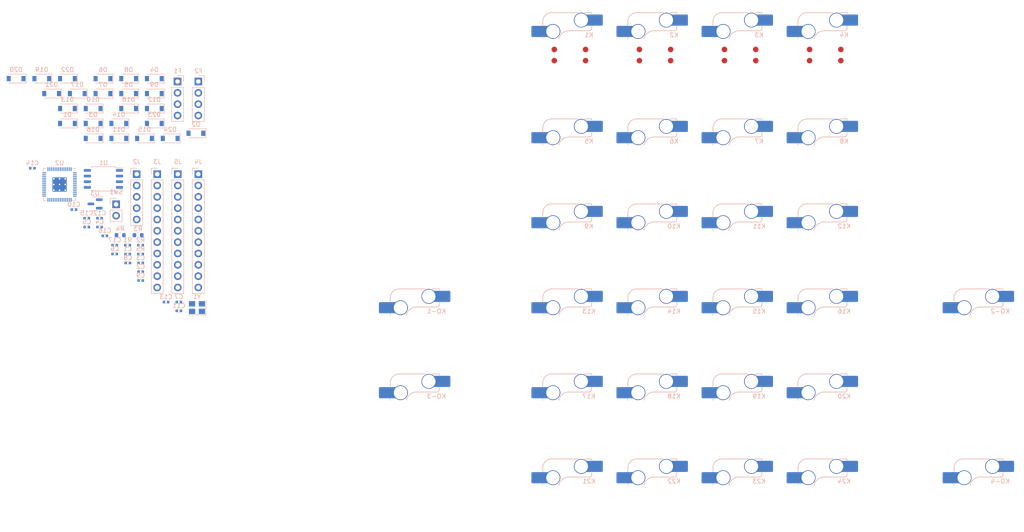
<source format=kicad_pcb>
(kicad_pcb (version 20211014) (generator pcbnew)
  (layers (0 "F.Cu" signal) (31 "B.Cu" signal) (34 "B.Paste" user) (35 "F.Paste" user) (36 "B.SilkS" user "B.Silkscreen") (37 "F.SilkS" user "F.Silkscreen") (38 "B.Mask" user) (39 "F.Mask" user) (44 "Edge.Cuts" user))
  (net 0 "")
  (net 1 "+3V3")
  (net 2 "GND")
  (net 3 "XTAL_IN")
  (net 4 "/RP2040/XTAL_O")
  (net 5 "+1V1")
  (net 6 "+5V")
  (net 7 "+3.3V")
  (net 8 "row0")
  (net 9 "Net-(D1-Pad2)")
  (net 10 "Net-(D2-Pad2)")
  (net 11 "Net-(D3-Pad2)")
  (net 12 "Net-(D4-Pad2)")
  (net 13 "row1")
  (net 14 "Net-(D5-Pad2)")
  (net 15 "Net-(D6-Pad2)")
  (net 16 "Net-(D7-Pad2)")
  (net 17 "Net-(D8-Pad2)")
  (net 18 "row2")
  (net 19 "Net-(D9-Pad2)")
  (net 20 "Net-(D10-Pad2)")
  (net 21 "Net-(D11-Pad2)")
  (net 22 "Net-(D12-Pad2)")
  (net 23 "row3")
  (net 24 "Net-(D13-Pad2)")
  (net 25 "Net-(D14-Pad2)")
  (net 26 "Net-(D15-Pad2)")
  (net 27 "Net-(D16-Pad2)")
  (net 28 "row4")
  (net 29 "Net-(D17-Pad2)")
  (net 30 "Net-(D18-Pad2)")
  (net 31 "Net-(D19-Pad2)")
  (net 32 "Net-(D20-Pad2)")
  (net 33 "row5")
  (net 34 "Net-(D21-Pad2)")
  (net 35 "Net-(D22-Pad2)")
  (net 36 "Net-(D23-Pad2)")
  (net 37 "Net-(D24-Pad2)")
  (net 38 "~{RESET}")
  (net 39 "SWD")
  (net 40 "SWCLK")
  (net 41 "/RP2040/GPIO20")
  (net 42 "/RP2040/GPIO21")
  (net 43 "/RP2040/GPIO22")
  (net 44 "/RP2040/GPIO23")
  (net 45 "/RP2040/GPIO24")
  (net 46 "/RP2040/GPIO25")
  (net 47 "/RP2040/GPIO26")
  (net 48 "/RP2040/GPIO27")
  (net 49 "/RP2040/GPIO28")
  (net 50 "/RP2040/GPIO29")
  (net 51 "/RP2040/GPIO10")
  (net 52 "/RP2040/GPIO11")
  (net 53 "/RP2040/GPIO12")
  (net 54 "/RP2040/GPIO13")
  (net 55 "/RP2040/GPIO14")
  (net 56 "/RP2040/GPIO15")
  (net 57 "/RP2040/GPIO16")
  (net 58 "/RP2040/GPIO17")
  (net 59 "/RP2040/GPIO18")
  (net 60 "/RP2040/GPIO19")
  (net 61 "/RP2040/GPIO0")
  (net 62 "/RP2040/GPIO1")
  (net 63 "/RP2040/GPIO2")
  (net 64 "/RP2040/GPIO3")
  (net 65 "/RP2040/GPIO4")
  (net 66 "/RP2040/GPIO5")
  (net 67 "/RP2040/GPIO6")
  (net 68 "/RP2040/GPIO7")
  (net 69 "/RP2040/GPIO8")
  (net 70 "/RP2040/GPIO9")
  (net 71 "col0")
  (net 72 "encA1")
  (net 73 "encB1")
  (net 74 "col1")
  (net 75 "encA2")
  (net 76 "encB2")
  (net 77 "col2")
  (net 78 "encA3")
  (net 79 "encB3")
  (net 80 "col3")
  (net 81 "encA4")
  (net 82 "encB4")
  (net 83 "/RP2040/~{USB_BOOT}")
  (net 84 "CS")
  (net 85 "D_P")
  (net 86 "/RP2040/D_+")
  (net 87 "D_N")
  (net 88 "/RP2040/D_-")
  (net 89 "XTAL_OUT")
  (net 90 "SD1")
  (net 91 "SD2")
  (net 92 "SD0")
  (net 93 "QSPI_CLK")
  (net 94 "SD3")
  (net 95 "SDA")
  (net 96 "SCL")
  (footprint "Diode_SMD:D_SOD-123" (layer "B.Cu") (at 45.45625 58.5625 180)
    (fp_text reference "D1" (at 0 2) (layer "B.SilkS") (effects (justify mirror)))
    (fp_text value "1N4148W")
    (pad "1" smd rect (at -1.65 0 180) (size 0.9 1.2) (layers "B.Cu" "B.Paste" "B.Mask") (net 8 "row0"))
    (pad "2" smd rect (at 1.65 0 180) (size 0.9 1.2) (layers "B.Cu" "B.Paste" "B.Mask") (net 9 "Net-(D1-Pad2)"))
  )
  (footprint "marbastlib-mx:SW_MX_HS_1u" (layer "B.Cu") (at 177.00625 102.39375 180)
    (fp_text reference "K14" (at -4.25 1.75) (layer "B.SilkS") (effects (justify mirror)))
    (fp_text value "5" hide)
    (pad "" np_thru_hole circle (at 0 0 180) (size 3.9878 3.9878) (drill 3.9878) (layers *.Cu *.Mask))
    (pad "" np_thru_hole circle (at 5.08 0 180) (size 1.75 1.75) (drill 1.75) (layers *.Cu *.Mask))
    (pad "" np_thru_hole circle (at -5.08 0 180) (size 1.75 1.75) (drill 1.75) (layers *.Cu *.Mask))
    (pad "1" smd rect (at 5.635 2.54) (size 1.65 2.5) (layers "B.Cu") (net 25 "Net-(D14-Pad2)"))
    (pad "1" thru_hole circle (at 3.81 2.54 180) (size 3.3 3.3) (drill 3) (layers *.Cu *.Mask) (net 25 "Net-(D14-Pad2)"))
    (pad "1" smd roundrect (at 7.36 2.54 180) (size 2.55 2.5) (layers "B.Cu" "B.Paste" "B.Mask") (roundrect_rratio 0.1) (net 25 "Net-(D14-Pad2)"))
    (pad "2" smd roundrect (at -6.09 5.08 180) (size 2.55 2.5) (layers "B.Cu" "B.Paste" "B.Mask") (roundrect_rratio 0.1) (net 74 "col1"))
    (pad "2" thru_hole circle (at -2.54 5.08 180) (size 3.3 3.3) (drill 3) (layers *.Cu *.Mask) (net 74 "col1"))
    (pad "2" smd rect (at -4.34 5.08 180) (size 1.65 2.5) (layers "B.Cu") (net 74 "col1"))
  )
  (footprint "Capacitor_SMD:C_0402_1005Metric" (layer "B.Cu") (at 52.64625 81.7725 180)
    (fp_text reference "C4" (at 0 1.16) (layer "B.SilkS") (effects (justify mirror)))
    (fp_text value "C_Small")
    (pad "1" smd roundrect (at -0.48 0 180) (size 0.56 0.62) (layers "B.Cu" "B.Paste" "B.Mask") (net 5 "+1V1"))
    (pad "2" smd roundrect (at 0.48 0 180) (size 0.56 0.62) (layers "B.Cu" "B.Paste" "B.Mask") (net 2 "GND"))
  )
  (footprint "Capacitor_SMD:C_0402_1005Metric" (layer "B.Cu") (at 61.84625 91.7925 180)
    (fp_text reference "C2" (at 0 1.16) (layer "B.SilkS") (effects (justify mirror)))
    (fp_text value "C_Small")
    (pad "1" smd roundrect (at -0.48 0 180) (size 0.56 0.62) (layers "B.Cu" "B.Paste" "B.Mask") (net 2 "GND"))
    (pad "2" smd roundrect (at 0.48 0 180) (size 0.56 0.62) (layers "B.Cu" "B.Paste" "B.Mask") (net 3 "XTAL_IN"))
  )
  (footprint "marbastlib-mx:SW_MX_HS_1u" (layer "B.Cu") (at 157.95625 121.44375 180)
    (fp_text reference "K17" (at -4.25 1.75) (layer "B.SilkS") (effects (justify mirror)))
    (fp_text value "1" hide)
    (pad "" np_thru_hole circle (at 5.08 0 180) (size 1.75 1.75) (drill 1.75) (layers *.Cu *.Mask))
    (pad "" np_thru_hole circle (at -5.08 0 180) (size 1.75 1.75) (drill 1.75) (layers *.Cu *.Mask))
    (pad "" np_thru_hole circle (at 0 0 180) (size 3.9878 3.9878) (drill 3.9878) (layers *.Cu *.Mask))
    (pad "1" thru_hole circle (at 3.81 2.54 180) (size 3.3 3.3) (drill 3) (layers *.Cu *.Mask) (net 29 "Net-(D17-Pad2)"))
    (pad "1" smd roundrect (at 7.36 2.54 180) (size 2.55 2.5) (layers "B.Cu" "B.Paste" "B.Mask") (roundrect_rratio 0.1) (net 29 "Net-(D17-Pad2)"))
    (pad "1" smd rect (at 5.635 2.54) (size 1.65 2.5) (layers "B.Cu") (net 29 "Net-(D17-Pad2)"))
    (pad "2" thru_hole circle (at -2.54 5.08 180) (size 3.3 3.3) (drill 3) (layers *.Cu *.Mask) (net 71 "col0"))
    (pad "2" smd rect (at -4.34 5.08 180) (size 1.65 2.5) (layers "B.Cu") (net 71 "col0"))
    (pad "2" smd roundrect (at -6.09 5.08 180) (size 2.55 2.5) (layers "B.Cu" "B.Paste" "B.Mask") (roundrect_rratio 0.1) (net 71 "col0"))
  )
  (footprint "Diode_SMD:D_SOD-123" (layer "B.Cu") (at 33.95625 48.5125 180)
    (fp_text reference "D20" (at 0 2) (layer "B.SilkS") (effects (justify mirror)))
    (fp_text value "1N4148W")
    (pad "1" smd rect (at -1.65 0 180) (size 0.9 1.2) (layers "B.Cu" "B.Paste" "B.Mask") (net 28 "row4"))
    (pad "2" smd rect (at 1.65 0 180) (size 0.9 1.2) (layers "B.Cu" "B.Paste" "B.Mask") (net 32 "Net-(D20-Pad2)"))
  )
  (footprint "Resistor_SMD:R_0603_1608Metric" (layer "B.Cu") (at 61.27625 83.6025 180)
    (fp_text reference "R3" (at 0 1.43) (layer "B.SilkS") (effects (justify mirror)))
    (fp_text value "R_Small")
    (pad "1" smd roundrect (at -0.825 0 180) (size 0.8 0.95) (layers "B.Cu" "B.Paste" "B.Mask") (net 85 "D_P"))
    (pad "2" smd roundrect (at 0.825 0 180) (size 0.8 0.95) (layers "B.Cu" "B.Paste" "B.Mask") (net 86 "/RP2040/D_+"))
  )
  (footprint "Resistor_SMD:R_0402_1005Metric" (layer "B.Cu") (at 61.82625 87.8425 180)
    (fp_text reference "R5" (at 0 1.17) (layer "B.SilkS") (effects (justify mirror)))
    (fp_text value "R_Small")
    (pad "1" smd roundrect (at -0.51 0 180) (size 0.54 0.64) (layers "B.Cu" "B.Paste" "B.Mask") (net 4 "/RP2040/XTAL_O"))
    (pad "2" smd roundrect (at 0.51 0 180) (size 0.54 0.64) (layers "B.Cu" "B.Paste" "B.Mask") (net 89 "XTAL_OUT"))
  )
  (footprint "Connector_PinHeader_2.54mm:PinHeader_1x04_P2.54mm_Vertical" (layer "B.Cu") (at 74.75625 49.1625 180)
    (fp_text reference "F2" (at 0 2.33) (layer "B.SilkS") (effects (justify mirror)))
    (fp_text value "OLED2")
    (pad "1" thru_hole rect (at 0 0 180) (size 1.7 1.7) (drill 1) (layers *.Cu *.Mask) (net 6 "+5V"))
    (pad "2" thru_hole oval (at 0 -2.54 180) (size 1.7 1.7) (drill 1) (layers *.Cu *.Mask) (net 95 "SDA"))
    (pad "3" thru_hole oval (at 0 -5.08 180) (size 1.7 1.7) (drill 1) (layers *.Cu *.Mask) (net 96 "SCL"))
    (pad "4" thru_hole oval (at 0 -7.62 180) (size 1.7 1.7) (drill 1) (layers *.Cu *.Mask) (net 2 "GND"))
  )
  (footprint "Diode_SMD:D_SOD-123" (layer "B.Cu") (at 45.45625 48.5125 180)
    (fp_text reference "D22" (at 0 2) (layer "B.SilkS") (effects (justify mirror)))
    (fp_text value "1N4148W")
    (pad "1" smd rect (at -1.65 0 180) (size 0.9 1.2) (layers "B.Cu" "B.Paste" "B.Mask") (net 33 "row5"))
    (pad "2" smd rect (at 1.65 0 180) (size 0.9 1.2) (layers "B.Cu" "B.Paste" "B.Mask") (net 35 "Net-(D22-Pad2)"))
  )
  (footprint "marbastlib-mx:SW_MX_HS_1u" (layer "B.Cu") (at 196.05625 121.44375 180)
    (fp_text reference "K19" (at -4.25 1.75) (layer "B.SilkS") (effects (justify mirror)))
    (fp_text value "3" hide)
    (pad "" np_thru_hole circle (at -5.08 0 180) (size 1.75 1.75) (drill 1.75) (layers *.Cu *.Mask))
    (pad "" np_thru_hole circle (at 5.08 0 180) (size 1.75 1.75) (drill 1.75) (layers *.Cu *.Mask))
    (pad "" np_thru_hole circle (at 0 0 180) (size 3.9878 3.9878) (drill 3.9878) (layers *.Cu *.Mask))
    (pad "1" smd rect (at 5.635 2.54) (size 1.65 2.5) (layers "B.Cu") (net 31 "Net-(D19-Pad2)"))
    (pad "1" thru_hole circle (at 3.81 2.54 180) (size 3.3 3.3) (drill 3) (layers *.Cu *.Mask) (net 31 "Net-(D19-Pad2)"))
    (pad "1" smd roundrect (at 7.36 2.54 180) (size 2.55 2.5) (layers "B.Cu" "B.Paste" "B.Mask") (roundrect_rratio 0.1) (net 31 "Net-(D19-Pad2)"))
    (pad "2" smd roundrect (at -6.09 5.08 180) (size 2.55 2.5) (layers "B.Cu" "B.Paste" "B.Mask") (roundrect_rratio 0.1) (net 77 "col2"))
    (pad "2" thru_hole circle (at -2.54 5.08 180) (size 3.3 3.3) (drill 3) (layers *.Cu *.Mask) (net 77 "col2"))
    (pad "2" smd rect (at -4.34 5.08 180) (size 1.65 2.5) (layers "B.Cu") (net 77 "col2"))
  )
  (footprint "Capacitor_SMD:C_0402_1005Metric" (layer "B.Cu") (at 58.93625 87.8325 180)
    (fp_text reference "C1" (at 0 1.16) (layer "B.SilkS") (effects (justify mirror)))
    (fp_text value "C_Small")
    (pad "1" smd roundrect (at -0.48 0 180) (size 0.56 0.62) (layers "B.Cu" "B.Paste" "B.Mask") (net 1 "+3V3"))
    (pad "2" smd roundrect (at 0.48 0 180) (size 0.56 0.62) (layers "B.Cu" "B.Paste" "B.Mask") (net 2 "GND"))
  )
  (footprint "Package_SO:SOIC-8_5.23x5.23mm_P1.27mm" (layer "B.Cu") (at 53.50625 70.9825 180)
    (fp_text reference "U1" (at 0 3.56) (layer "B.SilkS") (effects (justify mirror)))
    (fp_text value "W25Q128JVS")
    (pad "1" smd roundrect (at -3.6 1.905 180) (size 1.6 0.6) (layers "B.Cu" "B.Paste" "B.Mask") (net 84 "CS"))
    (pad "2" smd roundrect (at -3.6 0.635 180) (size 1.6 0.6) (layers "B.Cu" "B.Paste" "B.Mask") (net 90 "SD1"))
    (pad "3" smd roundrect (at -3.6 -0.635 180) (size 1.6 0.6) (layers "B.Cu" "B.Paste" "B.Mask") (net 91 "SD2"))
    (pad "4" smd roundrect (at -3.6 -1.905 180) (size 1.6 0.6) (layers "B.Cu" "B.Paste" "B.Mask") (net 2 "GND"))
    (pad "5" smd roundrect (at 3.6 -1.905 180) (size 1.6 0.6) (layers "B.Cu" "B.Paste" "B.Mask") (net 92 "SD0"))
    (pad "6" smd roundrect (at 3.6 -0.635 180) (size 1.6 0.6) (layers "B.Cu" "B.Paste" "B.Mask") (net 93 "QSPI_CLK"))
    (pad "7" smd roundrect (at 3.6 0.635 180) (size 1.6 0.6) (layers "B.Cu" "B.Paste" "B.Mask") (net 94 "SD3"))
    (pad "8" smd roundrect (at 3.6 1.905 180) (size 1.6 0.6) (layers "B.Cu" "B.Paste" "B.Mask") (net 1 "+3V3"))
  )
  (footprint "Capacitor_SMD:C_0402_1005Metric" (layer "B.Cu") (at 56.02625 85.8425 180)
    (fp_text reference "C17" (at 0 1.16) (layer "B.SilkS") (effects (justify mirror)))
    (fp_text value "C_Small")
    (pad "1" smd roundrect (at -0.48 0 180) (size 0.56 0.62) (layers "B.Cu" "B.Paste" "B.Mask") (net 2 "GND"))
    (pad "2" smd roundrect (at 0.48 0 180) (size 0.56 0.62) (layers "B.Cu" "B.Paste" "B.Mask") (net 7 "+3.3V"))
  )
  (footprint "Connector_PinSocket_2.54mm:PinSocket_1x02_P2.54mm_Vertical" (layer "B.Cu") (at 56.35625 76.6925 180)
    (fp_text reference "SW1" (at 0 2.77) (layer "B.SilkS") (effects (justify mirror)))
    (fp_text value "SW_Push")
    (pad "1" thru_hole rect (at 0 0 180) (size 1.7 1.7) (drill 1) (layers *.Cu *.Mask) (net 2 "GND"))
    (pad "2" thru_hole oval (at 0 -2.54 180) (size 1.7 1.7) (drill 1) (layers *.Cu *.Mask) (net 83 "/RP2040/~{USB_BOOT}"))
  )
  (footprint "Capacitor_SMD:C_0402_1005Metric" (layer "B.Cu") (at 61.84625 89.8225 180)
    (fp_text reference "C3" (at 0 1.16) (layer "B.SilkS") (effects (justify mirror)))
    (fp_text value "C_Small")
    (pad "1" smd roundrect (at -0.48 0 180) (size 0.56 0.62) (layers "B.Cu" "B.Paste" "B.Mask") (net 2 "GND"))
    (pad "2" smd roundrect (at 0.48 0 180) (size 0.56 0.62) (layers "B.Cu" "B.Paste" "B.Mask") (net 4 "/RP2040/XTAL_O"))
  )
  (footprint "marbastlib-mx:SW_MX_HS_1u" (layer "B.Cu") (at 215.10625 64.29375 180)
    (fp_text reference "K8" (at -4.25 1.75) (layer "B.SilkS") (effects (justify mirror)))
    (fp_text value "-" hide)
    (pad "" np_thru_hole circle (at 5.08 0 180) (size 1.75 1.75) (drill 1.75) (layers *.Cu *.Mask))
    (pad "" np_thru_hole circle (at 0 0 180) (size 3.9878 3.9878) (drill 3.9878) (layers *.Cu *.Mask))
    (pad "" np_thru_hole circle (at -5.08 0 180) (size 1.75 1.75) (drill 1.75) (layers *.Cu *.Mask))
    (pad "1" smd rect (at 5.635 2.54) (size 1.65 2.5) (layers "B.Cu") (net 17 "Net-(D8-Pad2)"))
    (pad "1" thru_hole circle (at 3.81 2.54 180) (size 3.3 3.3) (drill 3) (layers *.Cu *.Mask) (net 17 "Net-(D8-Pad2)"))
    (pad "1" smd roundrect (at 7.36 2.54 180) (size 2.55 2.5) (layers "B.Cu" "B.Paste" "B.Mask") (roundrect_rratio 0.1) (net 17 "Net-(D8-Pad2)"))
    (pad "2" thru_hole circle (at -2.54 5.08 180) (size 3.3 3.3) (drill 3) (layers *.Cu *.Mask) (net 80 "col3"))
    (pad "2" smd rect (at -4.34 5.08 180) (size 1.65 2.5) (layers "B.Cu") (net 80 "col3"))
    (pad "2" smd roundrect (at -6.09 5.08 180) (size 2.55 2.5) (layers "B.Cu" "B.Paste" "B.Mask") (roundrect_rratio 0.1) (net 80 "col3"))
  )
  (footprint "Resistor_SMD:R_0603_1608Metric" (layer "B.Cu") (at 57.26625 83.6025 180)
    (fp_text reference "R4" (at 0 1.43) (layer "B.SilkS") (effects (justify mirror)))
    (fp_text value "R_Small")
    (pad "1" smd roundrect (at -0.825 0 180) (size 0.8 0.95) (layers "B.Cu" "B.Paste" "B.Mask") (net 87 "D_N"))
    (pad "2" smd roundrect (at 0.825 0 180) (size 0.8 0.95) (layers "B.Cu" "B.Paste" "B.Mask") (net 88 "/RP2040/D_-"))
  )
  (footprint "marbastlib-mx:SW_MX_HS_1u" (layer "B.Cu") (at 157.95625 102.39375 180)
    (fp_text reference "K13" (at -4.25 1.75) (layer "B.SilkS") (effects (justify mirror)))
    (fp_text value "4" hide)
    (pad "" np_thru_hole circle (at -5.08 0 180) (size 1.75 1.75) (drill 1.75) (layers *.Cu *.Mask))
    (pad "" np_thru_hole circle (at 5.08 0 180) (size 1.75 1.75) (drill 1.75) (layers *.Cu *.Mask))
    (pad "" np_thru_hole circle (at 0 0 180) (size 3.9878 3.9878) (drill 3.9878) (layers *.Cu *.Mask))
    (pad "1" smd rect (at 5.635 2.54) (size 1.65 2.5) (layers "B.Cu") (net 24 "Net-(D13-Pad2)"))
    (pad "1" smd roundrect (at 7.36 2.54 180) (size 2.55 2.5) (layers "B.Cu" "B.Paste" "B.Mask") (roundrect_rratio 0.1) (net 24 "Net-(D13-Pad2)"))
    (pad "1" thru_hole circle (at 3.81 2.54 180) (size 3.3 3.3) (drill 3) (layers *.Cu *.Mask) (net 24 "Net-(D13-Pad2)"))
    (pad "2" smd rect (at -4.34 5.08 180) (size 1.65 2.5) (layers "B.Cu") (net 71 "col0"))
    (pad "2" smd roundrect (at -6.09 5.08 180) (size 2.55 2.5) (layers "B.Cu" "B.Paste" "B.Mask") (roundrect_rratio 0.1) (net 71 "col0"))
    (pad "2" thru_hole circle (at -2.54 5.08 180) (size 3.3 3.3) (drill 3) (layers *.Cu *.Mask) (net 71 "col0"))
  )
  (footprint "marbastlib-mx:SW_MX_HS_1u" (layer "B.Cu") (at 157.95625 64.29375 180)
    (fp_text reference "K5" (at -4.25 1.75) (layer "B.SilkS") (effects (justify mirror)))
    (fp_text value "Num" hide)
    (pad "" np_thru_hole circle (at -5.08 0 180) (size 1.75 1.75) (drill 1.75) (layers *.Cu *.Mask))
    (pad "" np_thru_hole circle (at 0 0 180) (size 3.9878 3.9878) (drill 3.9878) (layers *.Cu *.Mask))
    (pad "" np_thru_hole circle (at 5.08 0 180) (size 1.75 1.75) (drill 1.75) (layers *.Cu *.Mask))
    (pad "1" thru_hole circle (at 3.81 2.54 180) (size 3.3 3.3) (drill 3) (layers *.Cu *.Mask) (net 14 "Net-(D5-Pad2)"))
    (pad "1" smd roundrect (at 7.36 2.54 180) (size 2.55 2.5) (layers "B.Cu" "B.Paste" "B.Mask") (roundrect_rratio 0.1) (net 14 "Net-(D5-Pad2)"))
    (pad "1" smd rect (at 5.635 2.54) (size 1.65 2.5) (layers "B.Cu") (net 14 "Net-(D5-Pad2)"))
    (pad "2" thru_hole circle (at -2.54 5.08 180) (size 3.3 3.3) (drill 3) (layers *.Cu *.Mask) (net 71 "col0"))
    (pad "2" smd roundrect (at -6.09 5.08 180) (size 2.55 2.5) (layers "B.Cu" "B.Paste" "B.Mask") (roundrect_rratio 0.1) (net 71 "col0"))
    (pad "2" smd rect (at -4.34 5.08 180) (size 1.65 2.5) (layers "B.Cu") (net 71 "col0"))
  )
  (footprint "Connector_PinSocket_2.54mm:PinSocket_1x11_P2.54mm_Vertical" (layer "B.Cu") (at 70.15625 69.9225 180)
    (fp_text reference "J5" (at 0 2.77) (layer "B.SilkS") (effects (justify mirror)))
    (fp_text value "Conn_01x11")
    (pad "1" thru_hole rect (at 0 0 180) (size 1.7 1.7) (drill 1) (layers *.Cu *.Mask) (net 2 "GND"))
    (pad "2" thru_hole oval (at 0 -2.54 180) (size 1.7 1.7) (drill 1) (layers *.Cu *.Mask) (net 61 "/RP2040/GPIO0"))
    (pad "3" thru_hole oval (at 0 -5.08 180) (size 1.7 1.7) (drill 1) (layers *.Cu *.Mask) (net 62 "/RP2040/GPIO1"))
    (pad "4" thru_hole oval (at 0 -7.62 180) (size 1.7 1.7) (drill 1) (layers *.Cu *.Mask) (net 63 "/RP2040/GPIO2"))
    (pad "5" thru_hole oval (at 0 -10.16 180) (size 1.7 1.7) (drill 1) (layers *.Cu *.Mask) (net 64 "/RP2040/GPIO3"))
    (pad "6" thru_hole oval (at 0 -12.7 180) (size 1.7 1.7) (drill 1) (layers *.Cu *.Mask) (net 65 "/RP2040/GPIO4"))
    (pad "7" thru_hole oval (at 0 -15.24 180) (size 1.7 1.7) (drill 1) (layers *.Cu *.Mask) (net 66 "/RP2040/GPIO5"))
    (pad "8" thru_hole oval (at 0 -17.78 180) (size 1.7 1.7) (drill 1) (layers *.Cu *.Mask) (net 67 "/RP2040/GPIO6"))
    (pad "9" thru_hole oval (at 0 -20.32 180) (size 1.7 1.7) (drill 1) (layers *.Cu *.Mask) (net 68 "/RP2040/GPIO7"))
    (pad "10" thru_hole oval (at 0 -22.86 180) (size 1.7 1.7) (drill 1) (layers *.Cu *.Mask) (net 69 "/RP2040/GPIO8"))
    (pad "11" thru_hole oval (at 0 -25.4 180) (size 1.7 1.7) (drill 1) (layers *.Cu *.Mask) (net 70 "/RP2040/GPIO9"))
  )
  (footprint "marbastlib-mx:SW_MX_HS_1u" (layer "B.Cu") (at 215.10625 140.49375 180)
    (fp_text reference "K24" (at -4.25 1.75) (layer "B.SilkS") (effects (justify mirror)))
    (fp_text value "Enter" hide)
    (pad "" np_thru_hole circle (at 0 0 180) (size 3.9878 3.9878) (drill 3.9878) (layers *.Cu *.Mask))
    (pad "" np_thru_hole circle (at -5.08 0 180) (size 1.75 1.75) (drill 1.75) (layers *.Cu *.Mask))
    (pad "" np_thru_hole circle (at 5.08 0 180) (size 1.75 1.75) (drill 1.75) (layers *.Cu *.Mask))
    (pad "1" smd rect (at 5.635 2.54) (size 1.65 2.5) (layers "B.Cu") (net 37 "Net-(D24-Pad2)"))
    (pad "1" thru_hole circle (at 3.81 2.54 180) (size 3.3 3.3) (drill 3) (layers *.Cu *.Mask) (net 37 "Net-(D24-Pad2)"))
    (pad "1" smd roundrect (at 7.36 2.54 180) (size 2.55 2.5) (layers "B.Cu" "B.Paste" "B.Mask") (roundrect_rratio 0.1) (net 37 "Net-(D24-Pad2)"))
    (pad "2" thru_hole circle (at -2.54 5.08 180) (size 3.3 3.3) (drill 3) (layers *.Cu *.Mask) (net 80 "col3"))
    (pad "2" smd roundrect (at -6.09 5.08 180) (size 2.55 2.5) (layers "B.Cu" "B.Paste" "B.Mask") (roundrect_rratio 0.1) (net 80 "col3"))
    (pad "2" smd rect (at -4.34 5.08 180) (size 1.65 2.5) (layers "B.Cu") (net 80 "col3"))
  )
  (footprint "Connector_PinSocket_2.54mm:PinSocket_1x11_P2.54mm_Vertical" (layer "B.Cu") (at 65.55625 69.9225 180)
    (fp_text reference "J3" (at 0 2.77) (layer "B.SilkS") (effects (justify mirror)))
    (fp_text value "Conn_01x11")
    (pad "1" thru_hole rect (at 0 0 180) (size 1.7 1.7) (drill 1) (layers *.Cu *.Mask) (net 2 "GND"))
    (pad "2" thru_hole oval (at 0 -2.54 180) (size 1.7 1.7) (drill 1) (layers *.Cu *.Mask) (net 41 "/RP2040/GPIO20"))
    (pad "3" thru_hole oval (at 0 -5.08 180) (size 1.7 1.7) (drill 1) (layers *.Cu *.Mask) (net 42 "/RP2040/GPIO21"))
    (pad "4" thru_hole oval (at 0 -7.62 180) (size 1.7 1.7) (drill 1) (layers *.Cu *.Mask) (net 43 "/RP2040/GPIO22"))
    (pad "5" thru_hole oval (at 0 -10.16 180) (size 1.7 1.7) (drill 1) (layers *.Cu *.Mask) (net 44 "/RP2040/GPIO23"))
    (pad "6" thru_hole oval (at 0 -12.7 180) (size 1.7 1.7) (drill 1) (layers *.Cu *.Mask) (net 45 "/RP2040/GPIO24"))
    (pad "7" thru_hole oval (at 0 -15.24 180) (size 1.7 1.7) (drill 1) (layers *.Cu *.Mask) (net 46 "/RP2040/GPIO25"))
    (pad "8" thru_hole oval (at 0 -17.78 180) (size 1.7 1.7) (drill 1) (layers *.Cu *.Mask) (net 47 "/RP2040/GPIO26"))
    (pad "9" thru_hole oval (at 0 -20.32 180) (size 1.7 1.7) (drill 1) (layers *.Cu *.Mask) (net 48 "/RP2040/GPIO27"))
    (pad "10" thru_hole oval (at 0 -22.86 180) (size 1.7 1.7) (drill 1) (layers *.Cu *.Mask) (net 49 "/RP2040/GPIO28"))
    (pad "11" thru_hole oval (at 0 -25.4 180) (size 1.7 1.7) (drill 1) (layers *.Cu *.Mask) (net 50 "/RP2040/GPIO29"))
  )
  (footprint "Diode_SMD:D_SOD-123" (layer "B.Cu") (at 51.20625 55.2125 180)
    (fp_text reference "D10" (at 0 2) (layer "B.SilkS") (effects (justify mirror)))
    (fp_text value "1N4148W")
    (pad "1" smd rect (at -1.65 0 180) (size 0.9 1.2) (layers "B.Cu" "B.Paste" "B.Mask") (net 18 "row2"))
    (pad "2" smd rect (at 1.65 0 180) (size 0.9 1.2) (layers "B.Cu" "B.Paste" "B.Mask") (net 20 "Net-(D10-Pad2)"))
  )
  (footprint "marbastlib-mx:SW_MX_HS_1u" (layer "B.Cu") (at 157.95625 83.34375 180)
    (fp_text reference "K9" (at -4.25 1.75) (layer "B.SilkS") (effects (justify mirror)))
    (fp_text value "7" hide)
    (pad "" np_thru_hole circle (at -5.08 0 180) (size 1.75 1.75) (drill 1.75) (layers *.Cu *.Mask))
    (pad "" np_thru_hole circle (at 5.08 0 180) (size 1.75 1.75) (drill 1.75) (layers *.Cu *.Mask))
    (pad "" np_thru_hole circle (at 0 0 180) (size 3.9878 3.9878) (drill 3.9878) (layers *.Cu *.Mask))
    (pad "1" smd rect (at 5.635 2.54) (size 1.65 2.5) (layers "B.Cu") (net 19 "Net-(D9-Pad2)"))
    (pad "1" smd roundrect (at 7.36 2.54 180) (size 2.55 2.5) (layers "B.Cu" "B.Paste" "B.Mask") (roundrect_rratio 0.1) (net 19 "Net-(D9-Pad2)"))
    (pad "1" thru_hole circle (at 3.81 2.54 180) (size 3.3 3.3) (drill 3) (layers *.Cu *.Mask) (net 19 "Net-(D9-Pad2)"))
    (pad "2" smd rect (at -4.34 5.08 180) (size 1.65 2.5) (layers "B.Cu") (net 71 "col0"))
    (pad "2" smd roundrect (at -6.09 5.08 180) (size 2.55 2.5) (layers "B.Cu" "B.Paste" "B.Mask") (roundrect_rratio 0.1) (net 71 "col0"))
    (pad "2" thru_hole circle (at -2.54 5.08 180) (size 3.3 3.3) (drill 3) (layers *.Cu *.Mask) (net 71 "col0"))
  )
  (footprint "marbastlib-mx:SW_MX_HS_1u" (layer "B.Cu") (at 215.10625 102.39375 180)
    (fp_text reference "K16" (at -4.25 1.75) (layer "B.SilkS") (effects (justify mirror)))
    (fp_text value "SW_Push" hide)
    (pad "" np_thru_hole circle (at -5.08 0 180) (size 1.75 1.75) (drill 1.75) (layers *.Cu *.Mask))
    (pad "" np_thru_hole circle (at 0 0 180) (size 3.9878 3.9878) (drill 3.9878) (layers *.Cu *.Mask))
    (pad "" np_thru_hole circle (at 5.08 0 180) (size 1.75 1.75) (drill 1.75) (layers *.Cu *.Mask))
    (pad "1" smd roundrect (at 7.36 2.54 180) (size 2.55 2.5) (layers "B.Cu" "B.Paste" "B.Mask") (roundrect_rratio 0.1) (net 27 "Net-(D16-Pad2)"))
    (pad "1" thru_hole circle (at 3.81 2.54 180) (size 3.3 3.3) (drill 3) (layers *.Cu *.Mask) (net 27 "Net-(D16-Pad2)"))
    (pad "1" smd rect (at 5.635 2.54) (size 1.65 2.5) (layers "B.Cu") (net 27 "Net-(D16-Pad2)"))
    (pad "2" smd roundrect (at -6.09 5.08 180) (size 2.55 2.5) (layers "B.Cu" "B.Paste" "B.Mask") (roundrect_rratio 0.1) (net 80 "col3"))
    (pad "2" thru_hole circle (at -2.54 5.08 180) (size 3.3 3.3) (drill 3) (layers *.Cu *.Mask) (net 80 "col3"))
    (pad "2" smd rect (at -4.34 5.08 180) (size 1.65 2.5) (layers "B.Cu") (net 80 "col3"))
  )
  (footprint "Diode_SMD:D_SOD-123" (layer "B.Cu") (at 59.15625 48.5125 180)
    (fp_text reference "D8" (at 0 2) (layer "B.SilkS") (effects (justify mirror)))
    (fp_text value "1N4148W")
    (pad "1" smd rect (at -1.65 0 180) (size 0.9 1.2) (layers "B.Cu" "B.Paste" "B.Mask") (net 13 "row1"))
    (pad "2" smd rect (at 1.65 0 180) (size 0.9 1.2) (layers "B.Cu" "B.Paste" "B.Mask") (net 17 "Net-(D8-Pad2)"))
  )
  (footprint "Resistor_SMD:R_0402_1005Metric" (layer "B.Cu") (at 61.82625 85.8525 180)
    (fp_text reference "R2" (at 0 1.17) (layer "B.SilkS") (effects (justify mirror)))
    (fp_text value "R_Small")
    (pad "1" smd roundrect (at -0.51 0 180) (size 0.54 0.64) (layers "B.Cu" "B.Paste" "B.Mask") (net 1 "+3V3"))
    (pad "2" smd roundrect (at 0.51 0 180) (size 0.54 0.64) (layers "B.Cu" "B.Paste" "B.Mask") (net 38 "~{RESET}"))
  )
  (footprint "Diode_SMD:D_SOD-123" (layer "B.Cu") (at 64.90625 58.5625 180)
    (fp_text reference "D23" (at 0 2) (layer "B.SilkS") (effects (justify mirror)))
    (fp_text value "1N4148W")
    (pad "1" smd rect (at -1.65 0 180) (size 0.9 1.2) (layers "B.Cu" "B.Paste" "B.Mask") (net 33 "row5"))
    (pad "2" smd rect (at 1.65 0 180) (size 0.9 1.2) (layers "B.Cu" "B.Paste" "B.Mask") (net 36 "Net-(D23-Pad2)"))
  )
  (footprint "marbastlib-mx:SW_MX_HS_1u" (layer "B.Cu") (at 177.00625 121.44375 180)
    (fp_text reference "K18" (at -4.25 1.75) (layer "B.SilkS") (effects (justify mirror)))
    (fp_text value "2" hide)
    (pad "" np_thru_hole circle (at -5.08 0 180) (size 1.75 1.75) (drill 1.75) (layers *.Cu *.Mask))
    (pad "" np_thru_hole circle (at 0 0 180) (size 3.9878 3.9878) (drill 3.9878) (layers *.Cu *.Mask))
    (pad "" np_thru_hole circle (at 5.08 0 180) (size 1.75 1.75) (drill 1.75) (layers *.Cu *.Mask))
    (pad "1" thru_hole circle (at 3.81 2.54 180) (size 3.3 3.3) (drill 3) (layers *.Cu *.Mask) (net 30 "Net-(D18-Pad2)"))
    (pad "1" smd rect (at 5.635 2.54) (size 1.65 2.5) (layers "B.Cu") (net 30 "Net-(D18-Pad2)"))
    (pad "1" smd roundrect (at 7.36 2.54 180) (size 2.55 2.5) (layers "B.Cu" "B.Paste" "B.Mask") (roundrect_rratio 0.1) (net 30 "Net-(D18-Pad2)"))
    (pad "2" thru_hole circle (at -2.54 5.08 180) (size 3.3 3.3) (drill 3) (layers *.Cu *.Mask) (net 74 "col1"))
    (pad "2" smd rect (at -4.34 5.08 180) (size 1.65 2.5) (layers "B.Cu") (net 74 "col1"))
    (pad "2" smd roundrect (at -6.09 5.08 180) (size 2.55 2.5) (layers "B.Cu" "B.Paste" "B.Mask") (roundrect_rratio 0.1) (net 74 "col1"))
  )
  (footprint "Diode_SMD:D_SOD-123" (layer "B.Cu") (at 62.70625 61.9125 180)
    (fp_text reference "D15" (at 0 2) (layer "B.SilkS") (effects (justify mirror)))
    (fp_text value "1N4148W")
    (pad "1" smd rect (at -1.65 0 180) (size 0.9 1.2) (layers "B.Cu" "B.Paste" "B.Mask") (net 23 "row3"))
    (pad "2" smd rect (at 1.65 0 180) (size 0.9 1.2) (layers "B.Cu" "B.Paste" "B.Mask") (net 26 "Net-(D15-Pad2)"))
  )
  (footprint "Diode_SMD:D_SOD-123" (layer "B.Cu") (at 51.20625 61.9125 180)
    (fp_text reference "D16" (at 0 2) (layer "B.SilkS") (effects (justify mirror)))
    (fp_text value "1N4148W")
    (pad "1" smd rect (at -1.65 0 180) (size 0.9 1.2) (layers "B.Cu" "B.Paste" "B.Mask") (net 23 "row3"))
    (pad "2" smd rect (at 1.65 0 180) (size 0.9 1.2) (layers "B.Cu" "B.Paste" "B.Mask") (net 27 "Net-(D16-Pad2)"))
  )
  (footprint "Capacitor_SMD:C_0402_1005Metric" (layer "B.Cu") (at 61.84625 93.7625 180)
    (fp_text reference "C9" (at 0 1.16) (layer "B.SilkS") (effects (justify mirror)))
    (fp_text value "C_Small")
    (pad "1" smd roundrect (at -0.48 0 180) (size 0.56 0.62) (layers "B.Cu" "B.Paste" "B.Mask") (net 1 "+3V3"))
    (pad "2" smd roundrect (at 0.48 0 180) (size 0.56 0.62) (layers "B.Cu" "B.Paste" "B.Mask") (net 2 "GND"))
  )
  (footprint "Capacitor_SMD:C_0402_1005Metric" (layer "B.Cu") (at 46.90625 77.8725 180)
    (fp_text reference "C10" (at 0 1.16) (layer "B.SilkS") (effects (justify mirror)))
    (fp_text value "C_Small")
    (pad "1" smd roundrect (at -0.48 0 180) (size 0.56 0.62) (layers "B.Cu" "B.Paste" "B.Mask") (net 1 "+3V3"))
    (pad "2" smd roundrect (at 0.48 0 180) (size 0.56 0.62) (layers "B.Cu" "B.Paste" "B.Mask") (net 2 "GND"))
  )
  (footprint "Capacitor_SMD:C_0402_1005Metric" (layer "B.Cu") (at 37.60625 68.5825 180)
    (fp_text reference "C14" (at 0 1.16) (layer "B.SilkS") (effects (justify mirror)))
    (fp_text value "C_Small")
    (pad "1" smd roundrect (at -0.48 0 180) (size 0.56 0.62) (layers "B.Cu" "B.Paste" "B.Mask") (net 1 "+3V3"))
    (pad "2" smd roundrect (at 0.48 0 180) (size 0.56 0.62) (layers "B.Cu" "B.Paste" "B.Mask") (net 2 "GND"))
  )
  (footprint "Resistor_SMD:R_0402_1005Metric" (layer "B.Cu") (at 58.91625 85.8525 180)
    (fp_text reference "R1" (at 0 1.17) (layer "B.SilkS") (effects (justify mirror)))
    (fp_text value "R_Small")
    (pad "1" smd roundrect (at -0.51 0 180) (size 0.54 0.64) (layers "B.Cu" "B.Paste" "B.Mask") (net 83 "/RP2040/~{USB_BOOT}"))
    (pad "2" smd roundrect (at 0.51 0 180) (size 0.54 0.64) (layers "B.Cu" "B.Paste" "B.Mask") (net 84 "CS"))
  )
  (footprint "marbastlib-mx:SW_MX_HS_1u" (layer "B.Cu") (at 215.10625 121.44375 180)
    (fp_text reference "K20" (at -4.25 1.75) (layer "B.SilkS") (effects (justify mirror)))
    (fp_text value "SW_Push" hide)
    (pad "" np_thru_hole circle (at 0 0 180) (size 3.9878 3.9878) (drill 3.9878) (layers *.Cu *.Mask))
    (pad "" np_thru_hole circle (at 5.08 0 180) (size 1.75 1.75) (drill 1.75) (layers *.Cu *.Mask))
    (pad "" np_thru_hole circle (at -5.08 0 180) (size 1.75 1.75) (drill 1.75) (layers *.Cu *.Mask))
    (pad "1" smd roundrect (at 7.36 2.54 180) (size 2.55 2.5) (layers "B.Cu" "B.Paste" "B.Mask") (roundrect_rratio 0.1) (net 32 "Net-(D20-Pad2)"))
    (pad "1" smd rect (at 5.635 2.54) (size 1.65 2.5) (layers "B.Cu") (net 32 "Net-(D20-Pad2)"))
    (pad "1" thru_hole circle (at 3.81 2.54 180) (size 3.3 3.3) (drill 3) (layers *.Cu *.Mask) (net 32 "Net-(D20-Pad2)"))
    (pad "2" smd rect (at -4.34 5.08 180) (size 1.65 2.5) (layers "B.Cu") (net 80 "col3"))
    (pad "2" thru_hole circle (at -2.54 5.08 180) (size 3.3 3.3) (drill 3) (layers *.Cu *.Mask) (net 80 "col3"))
    (pad "2" smd roundrect (at -6.09 5.08 180) (size 2.55 2.5) (layers "B.Cu" "B.Paste" "B.Mask") (roundrect_rratio 0.1) (net 80 "col3"))
  )
  (footprint "marbastlib-mx:SW_MX_HS_1u" (layer "B.Cu") (at 215.10625 83.34375 180)
    (fp_text reference "K12" (at -4.25 1.75) (layer "B.SilkS") (effects (justify mirror)))
    (fp_text value "SW_Push" hide)
    (pad "" np_thru_hole circle (at -5.08 0 180) (size 1.75 1.75) (drill 1.75) (layers *.Cu *.Mask))
    (pad "" np_thru_hole circle (at 0 0 180) (size 3.9878 3.9878) (drill 3.9878) (layers *.Cu *.Mask))
    (pad "" np_thru_hole circle (at 5.08 0 180) (size 1.75 1.75) (drill 1.75) (layers *.Cu *.Mask))
    (pad "1" smd rect (at 5.635 2.54) (size 1.65 2.5) (layers "B.Cu") (net 22 "Net-(D12-Pad2)"))
    (pad "1" smd roundrect (at 7.36 2.54 180) (size 2.55 2.5) (layers "B.Cu" "B.Paste" "B.Mask") (roundrect_rratio 0.1) (net 22 "Net-(D12-Pad2)"))
    (pad "1" thru_hole circle (at 3.81 2.54 180) (size 3.3 3.3) (drill 3) (layers *.Cu *.Mask) (net 22 "Net-(D12-Pad2)"))
    (pad "2" thru_hole circle (at -2.54 5.08 180) (size 3.3 3.3) (drill 3) (layers *.Cu *.Mask) (net 80 "col3"))
    (pad "2" smd roundrect (at -6.09 5.08 180) (size 2.55 2.5) (layers "B.Cu" "B.Paste" "B.Mask") (roundrect_rratio 0.1) (net 80 "col3"))
    (pad "2" smd rect (at -4.34 5.08 180) (size 1.65 2.5) (layers "B.Cu") (net 80 "col3"))
  )
  (footprint "marbastlib-mx:SW_MX_HS_1u" (layer "B.Cu") (at 177.00625 83.34375 180)
    (fp_text reference "K10" (at -4.25 1.75) (layer "B.SilkS") (effects (justify mirror)))
    (fp_text value "8" hide)
    (pad "" np_thru_hole circle (at 0 0 180) (size 3.9878 3.9878) (drill 3.9878) (layers *.Cu *.Mask))
    (pad "" np_thru_hole circle (at 5.08 0 180) (size 1.75 1.75) (drill 1.75) (layers *.Cu *.Mask))
    (pad "" np_thru_hole circle (at -5.08 0 180) (size 1.75 1.75) (drill 1.75) (layers *.Cu *.Mask))
    (pad "1" thru_hole circle (at 3.81 2.54 180) (size 3.3 3.3) (drill 3) (layers *.Cu *.Mask) (net 20 "Net-(D10-Pad2)"))
    (pad "1" smd roundrect (at 7.36 2.54 180) (size 2.55 2.5) (layers "B.Cu" "B.Paste" "B.Mask") (roundrect_rratio 0.1) (net 20 "Net-(D10-Pad2)"))
    (pad "1" smd rect (at 5.635 2.54) (size 1.65 2.5) (layers "B.Cu") (net 20 "Net-(D10-Pad2)"))
    (pad "2" smd roundrect (at -6.09 5.08 180) (size 2.55 2.5) (layers "B.Cu" "B.Paste" "B.Mask") (roundrect_rratio 0.1) (net 74 "col1"))
    (pad "2" smd rect (at -4.34 5.08 180) (size 1.65 2.5) (layers "B.Cu") (net 74 "col1"))
    (pad "2" thru_hole circle (at -2.54 5.08 180) (size 3.3 3.3) (drill 3) (layers *.Cu *.Mask) (net 74 "col1"))
  )
  (footprint "marbastlib-mx:SW_MX_HS_1u_Enc" (layer "B.Cu") (at 196.05625 40.48125 180)
    (fp_text reference "K3" (at -4.25 1.75) (layer "B.SilkS") (effects (justify mirror)))
    (fp_text value "Mod3" hide)
    (pad "" np_thru_hole circle (at 0 0 180) (size 3.9878 3.9878) (drill 3.9878) (layers *.Cu *.Mask))
    (pad "" np_thru_hole circle (at 5.08 0 180) (size 1.75 1.75) (drill 1.75) (layers *.Cu *.Mask))
    (pad "" np_thru_hole circle (at -5.08 0 180) (size 1.75 1.75) (drill 1.75) (layers *.Cu *.Mask))
    (pad "1" thru_hole circle (at 3.81 2.54 180) (size 3.3 3.3) (drill 3) (layers *.Cu *.Mask) (net 11 "Net-(D3-Pad2)"))
    (pad "1" smd roundrect (at 7.36 2.54 180) (size 2.55 2.5) (layers "B.Cu" "B.Paste" "B.Mask") (roundrect_rratio 0.1) (net 11 "Net-(D3-Pad2)"))
    (pad "1" smd circle (at 3.5 -4 180) (size 1.25 1.25) (layers "F.Cu" "F.Paste" "F.Mask") (net 11 "Net-(D3-Pad2)"))
    (pad "1" smd rect (at 5.635 2.54) (size 1.65 2.5) (layers "B.Cu") (net 11 "Net-(D3-Pad2)"))
    (pad "2" smd rect (at -4.34 5.08 180) (size 1.65 2.5) (layers "B.Cu") (net 77 "col2"))
    (pad "2" smd roundrect (at -6.09 5.08 180) (size 2.55 2.5) (layers "B.Cu" "B.Paste" "B.Mask") (roundrect_rratio 0.1) (net 77 "col2"))
    (pad "2" thru_hole circle (at -2.54 5.08 180) (size 3.3 3.3) (drill 3) (layers *.Cu *.Mask) (net 77 "col2"))
    (pad "2" smd circle (at 3.5 -1.5 180) (size 1.25 1.25) (layers "F.Cu" "F.Paste" "F.Mask") (net 77 "col2"))
    (pad "A" smd circle (at -3.5 -4 180) (size 1.25 1.25) (layers "F.Cu" "F.Paste" "F.Mask") (net 78 "encA3"))
    (pad "B" smd circle (at -3.5 -1.5 180) (size 1.25 1.25) (layers "F.Cu" "F.Paste" "F.Mask") (net 79 "encB3"))
  )
  (footprint "marbastlib-mx:SW_MX_HS_1u" (layer "B.Cu") (at 123.825 102.39375 180)
    (fp_text reference "KO-1" (at -4.25 1.75) (layer "B.SilkS") (effects (justify mirror)))
    (fp_text value "4" hide)
    (pad "" np_thru_hole circle (at 5.08 0 180) (size 1.75 1.75) (drill 1.75) (layers *.Cu *.Mask))
    (pad "" np_thru_hole circle (at -5.08 0 180) (size 1.75 1.75) (drill 1.75) (layers *.Cu *.Mask))
    (pad "" np_thru_hole circle (at 0 0 180) (size 3.9878 3.9878) (drill 3.9878) (layers *.Cu *.Mask))
    (pad "1" smd rect (at 5.635 2.54) (size 1.65 2.5) (layers "B.Cu") (net 24 "Net-(D13-Pad2)"))
    (pad "1" smd roundrect (at 7.36 2.54 180) (size 2.55 2.5) (layers "B.Cu" "B.Paste" "B.Mask") (roundrect_rratio 0.1) (net 24 "Net-(D13-Pad2)"))
    (pad "1" thru_hole circle (at 3.81 2.54 180) (size 3.3 3.3) (drill 3) (layers *.Cu *.Mask) (net 24 "Net-(D13-Pad2)"))
    (pad "2" smd roundrect (at -6.09 5.08 180) (size 2.55 2.5) (layers "B.Cu" "B.Paste" "B.Mask") (roundrect_rratio 0.1) (net 71 "col0"))
    (pad "2" smd rect (at -4.34 5.08 180) (size 1.65 2.5) (layers "B.Cu") (net 71 "col0"))
    (pad "2" thru_hole circle (at -2.54 5.08 180) (size 3.3 3.3) (drill 3) (layers *.Cu *.Mask) (net 71 "col0"))
  )
  (footprint "Diode_SMD:D_SOD-123" (layer "B.Cu") (at 64.90625 55.2125 180)
    (fp_text reference "D12" (at 0 2) (layer "B.SilkS") (effects (justify mirror)))
    (fp_text value "1N4148W")
    (pad "1" smd rect (at -1.65 0 180) (size 0.9 1.2) (layers "B.Cu" "B.Paste" "B.Mask") (net 18 "row2"))
    (pad "2" smd rect (at 1.65 0 180) (size 0.9 1.2) (layers "B.Cu" "B.Paste" "B.Mask") (net 22 "Net-(D12-Pad2)"))
  )
  (footprint "marbastlib-mx:SW_MX_HS_1u" (layer "B.Cu") (at 177.00625 140.49375 180)
    (fp_text reference "K22" (at -4.25 1.75) (layer "B.SilkS") (effects (justify mirror)))
    (fp_text value "." hide)
    (pad "" np_thru_hole circle (at -5.08 0 180) (size 1.75 1.75) (drill 1.75) (layers *.Cu *.Mask))
    (pad "" np_thru_hole circle (at 0 0 180) (size 3.9878 3.9878) (drill 3.9878) (layers *.Cu *.Mask))
    (pad "" np_thru_hole circle (at 5.08 0 180) (size 1.75 1.75) (drill 1.75) (layers *.Cu *.Mask))
    (pad "1" smd roundrect (at 7.36 2.54 180) (size 2.55 2.5) (layers "B.Cu" "B.Paste" "B.Mask") (roundrect_rratio 0.1) (net 35 "Net-(D22-Pad2)"))
    (pad "1" thru_hole circle (at 3.81 2.54 180) (size 3.3 3.3) (drill 3) (layers *.Cu *.Mask) (net 35 "Net-(D22-Pad2)"))
    (pad "1" smd rect (at 5.635 2.54) (size 1.65 2.5) (layers "B.Cu") (net 35 "Net-(D22-Pad2)"))
    (pad "2" smd rect (at -4.34 5.08 180) (size 1.65 2.5) (layers "B.Cu") (net 74 "col1"))
    (pad "2" thru_hole circle (at -2.54 5.08 180) (size 3.3 3.3) (drill 3) (layers *.Cu *.Mask) (net 74 "col1"))
    (pad "2" smd roundrect (at -6.09 5.08 180) (size 2.55 2.5) (layers "B.Cu" "B.Paste" "B.Mask") (roundrect_rratio 0.1) (net 74 "col1"))
  )
  (footprint "marbastlib-mx:SW_MX_HS_1u" (layer "B.Cu") (at 250.03125 140.49375 180)
    (fp_text reference "KO-4" (at -4.25 1.75) (layer "B.SilkS") (effects (justify mirror)))
    (fp_text value "4" hide)
    (pad "" np_thru_hole circle (at 5.08 0 180) (size 1.75 1.75) (drill 1.75) (layers *.Cu *.Mask))
    (pad "" np_thru_hole circle (at -5.08 0 180) (size 1.75 1.75) (drill 1.75) (layers *.Cu *.Mask))
    (pad "" np_thru_hole circle (at 0 0 180) (size 3.9878 3.9878) (drill 3.9878) (layers *.Cu *.Mask))
    (pad "1" smd roundrect (at 7.36 2.54 180) (size 2.55 2.5) (layers "B.Cu" "B.Paste" "B.Mask") (roundrect_rratio 0.1) (net 37 "Net-(D24-Pad2)"))
    (pad "1" smd rect (at 5.635 2.54) (size 1.65 2.5) (layers "B.Cu") (net 37 "Net-(D24-Pad2)"))
    (pad "1" thru_hole circle (at 3.81 2.54 180) (size 3.3 3.3) (drill 3) (layers *.Cu *.Mask) (net 37 "Net-(D24-Pad2)"))
    (pad "2" smd rect (at -4.34 5.08 180) (size 1.65 2.5) (layers "B.Cu") (net 80 "col3"))
    (pad "2" smd roundrect (at -6.09 5.08 180) (size 2.55 2.5) (layers "B.Cu" "B.Paste" "B.Mask") (roundrect_rratio 0.1) (net 80 "col3"))
    (pad "2" thru_hole circle (at -2.54 5.08 180) (size 3.3 3.3) (drill 3) (layers *.Cu *.Mask) (net 80 "col3"))
  )
  (footprint "Crystal:Crystal_SMD_3225-4Pin_3.2x2.5mm" (layer "B.Cu") (at 74.45625 99.8225 180)
    (fp_text reference "Y1" (at 0 2.45) (layer "B.SilkS") (effects (justify mirror)))
    (fp_text value "Crystal_GND24_Small")
    (pad "1" smd rect (at -1.1 -0.85 180) (size 1.4 1.2) (layers "B.Cu" "B.Paste" "B.Mask") (net 4 "/RP2040/XTAL_O"))
    (pad "2" smd rect (at 1.1 -0.85 180) (size 1.4 1.2) (layers "B.Cu" "B.Paste" "B.Mask") (net 2 "GND"))
    (pad "3" smd rect (at 1.1 0.85 180) (size 1.4 1.2) (layers "B.Cu" "B.Paste" "B.Mask") (net 3 "XTAL_IN"))
    (pad "4" smd rect (at -1.1 0.85 180) (size 1.4 1.2) (layers "B.Cu" "B.Paste" "B.Mask") (net 2 "GND"))
  )
  (footprint "Diode_SMD:D_SOD-123" (layer "B.Cu") (at 64.90625 51.8625 180)
    (fp_text reference "D9" (at 0 2) (layer "B.SilkS") (effects (justify mirror)))
    (fp_text value "1N4148W")
    (pad "1" smd rect (at -1.65 0 180) (size 0.9 1.2) (layers "B.Cu" "B.Paste" "B.Mask") (net 18 "row2"))
    (pad "2" smd rect (at 1.65 0 180) (size 0.9 1.2) (layers "B.Cu" "B.Paste" "B.Mask") (net 19 "Net-(D9-Pad2)"))
  )
  (footprint "Connector_PinSocket_2.54mm:PinSocket_1x05_P2.54mm_Vertical" (layer "B.Cu") (at 60.95625 69.9225 180)
    (fp_text reference "J2" (at 0 2.77) (layer "B.SilkS") (effects (justify mirror)))
    (fp_text value "Conn_01x05")
    (pad "1" thru_hole rect (at 0 0 180) (size 1.7 1.7) (drill 1) (layers *.Cu *.Mask) (net 38 "~{RESET}"))
    (pad "2" thru_hole oval (at 0 -2.54 180) (size 1.7 1.7) (drill 1) (layers *.Cu *.Mask) (net 1 "+3V3"))
    (pad "3" thru_hole oval (at 0 -5.08 180) (size 1.7 1.7) (drill 1) (layers *.Cu *.Mask) (net 2 "GND"))
    (pad "4" thru_hole oval (at 0 -7.62 180) (size 1.7 1.7) (drill 1) (layers *.Cu *.Mask) (net 39 "SWD"))
    (pad "5" thru_hole oval (at 0 -10.16 180) (size 1.7 1.7) (drill 1) (layers *.Cu *.Mask) (net 40 "SWCLK"))
  )
  (footprint "Diode_SMD:D_SOD-123" (layer "B.Cu") (at 45.45625 55.2125 180)
    (fp_text reference "D13" (at 0 2) (layer "B.SilkS") (effects (justify mirror)))
    (fp_text value "1N4148W")
    (pad "1" smd rect (at -1.65 0 180) (size 0.9 1.2) (layers "B.Cu" "B.Paste" "B.Mask") (net 23 "row3"))
    (pad "2" smd rect (at 1.65 0 180) (size 0.9 1.2) (layers "B.Cu" "B.Paste" "B.Mask") (net 24 "Net-(D13-Pad2)"))
  )
  (footprint "marbastlib-mx:SW_MX_HS_1u_Enc" (layer "B.Cu") (at 177.00625 40.48125 180)
    (fp_text reference "K2" (at -4.25 1.75) (layer "B.SilkS") (effects (justify mirror)))
    (fp_text value "Mod2" hide)
    (pad "" np_thru_hole circle (at 0 0 180) (size 3.9878 3.9878) (drill 3.9878) (layers *.Cu *.Mask))
    (pad "" np_thru_hole circle (at 5.08 0 180) (size 1.75 1.75) (drill 1.75) (layers *.Cu *.Mask))
    (pad "" np_thru_hole circle (at -5.08 0 180) (size 1.75 1.75) (drill 1.75) (layers *.Cu *.Mask))
    (pad "1" smd rect (at 5.635 2.54) (size 1.65 2.5) (layers "B.Cu") (net 10 "Net-(D2-Pad2)"))
    (pad "1" smd circle (at 3.5 -4 180) (size 1.25 1.25) (layers "F.Cu" "F.Paste" "F.Mask") (net 10 "Net-(D2-Pad2)"))
    (pad "1" thru_hole circle (at 3.81 2.54 180) (size 3.3 3.3) (drill 3) (layers *.Cu *.Mask) (net 10 "Net-(D2-Pad2)"))
    (pad "1" smd roundrect (at 7.36 2.54 180) (size 2.55 2.5) (layers "B.Cu" "B.Paste" "B.Mask") (roundrect_rratio 0.1) (net 10 "Net-(D2-Pad2)"))
    (pad "2" smd rect (at -4.34 5.08 180) (size 1.65 2.5) (layers "B.Cu") (net 74 "col1"))
    (pad "2" smd circle (at 3.5 -1.5 180) (size 1.25 1.25) (layers "F.Cu" "F.Paste" "F.Mask") (net 74 "col1"))
    (pad "2" smd roundrect (at -6.09 5.08 180) (size 2.55 2.5) (layers "B.Cu" "B.Paste" "B.Mask") (roundrect_rratio 0.1) (net 74 "col1"))
    (pad "2" thru_hole circle (at -2.54 5.08 180) (size 3.3 3.3) (drill 3) (layers *.Cu *.Mask) (net 74 "col1"))
    (pad "A" smd circle (at -3.5 -4 180) (size 1.25 1.25) (layers "F.Cu" "F.Paste" "F.Mask") (net 75 "encA2"))
    (pad "B" smd circle (at -3.5 -1.5 180) (size 1.25 1.25) (layers "F.Cu" "F.Paste" "F.Mask") (net 76 "encB2"))
  )
  (footprint "Diode_SMD:D_SOD-123" (layer "B.Cu") (at 51.20625 58.5625 180)
    (fp_text reference "D3" (at 0 2) (layer "B.SilkS") (effects (justify mirror)))
    (fp_text value "1N4148W")
    (pad "1" smd rect (at -1.65 0 180) (size 0.9 1.2) (layers "B.Cu" "B.Paste" "B.Mask") (net 8 "row0"))
    (pad "2" smd rect (at 1.65 0 180) (size 0.9 1.2) (layers "B.Cu" "B.Paste" "B.Mask") (net 11 "Net-(D3-Pad2)"))
  )
  (footprint "Capacitor_SMD:C_0402_1005Metric" (layer "B.Cu") (at 49.77625 81.7725 180)
    (fp_text reference "C5" (at 0 1.16) (layer "B.SilkS") (effects (justify mirror)))
    (fp_text value "C_Small")
    (pad "1" smd roundrect (at -0.48 0 180) (size 0.56 0.62) (layers "B.Cu" "B.Paste" "B.Mask") (net 5 "+1V1"))
    (pad "2" smd roundrect (at 0.48 0 180) (size 0.56 0.62) (layers "B.Cu" "B.Paste" "B.Mask") (net 2 "GND"))
  )
  (footprint "Diode_SMD:D_SOD-123" (layer "B.Cu") (at 64.90625 48.5125 180)
    (fp_text reference "D4" (at 0 2) (layer "B.SilkS") (effects (justify mirror)))
    (fp_text value "1N4148W")
    (pad "1" smd rect (at -1.65 0 180) (size 0.9 1.2) (layers "B.Cu" "B.Paste" "B.Mask") (net 8 "row0"))
    (pad "2" smd rect (at 1.65 0 180) (size 0.9 1.2) (layers "B.Cu" "B.Paste" "B.Mask") (net 12 "Net-(D4-Pad2)"))
  )
  (footprint "Capacitor_SMD:C_0402_1005Metric" (layer "B.Cu") (at 58.97625 89.8225 180)
    (fp_text reference "C8" (at 0 1.16) (layer "B.SilkS") (effects (justify mirror)))
    (fp_text value "C_Small")
    (pad "1" smd roundrect (at -0.48 0 180) (size 0.56 0.62) (layers "B.Cu" "B.Paste" "B.Mask") (net 1 "+3V3"))
    (pad "2" smd roundrect (at 0.48 0 180) (size 0.56 0.62) (layers "B.Cu" "B.Paste" "B.Mask") (net 2 "GND"))
  )
  (footprint "Sleep-footprints:RP2040-QFN-56" (layer "B.Cu") (at 43.68625 72.2425 180)
    (fp_text reference "U2" (at 0 4.82) (layer "B.SilkS") (effects (justify mirror)))
    (fp_text value "RP2040")
    (pad "1" smd roundrect locked (at -3.4375 2.6 180) (size 0.875 0.2) (layers "B.Cu" "B.Paste" "B.Mask") (net 1 "+3V3"))
    (pad "2" smd roundrect locked (at -3.4375 2.2 180) (size 0.875 0.2) (layers "B.Cu" "B.Paste" "B.Mask") (net 61 "/RP2040/GPIO0"))
    (pad "3" smd roundrect locked (at -3.4375 1.8 180) (size 0.875 0.2) (layers "B.Cu" "B.Paste" "B.Mask") (net 62 "/RP2040/GPIO1"))
    (pad "4" smd roundrect locked (at -3.4375 1.4 180) (size 0.875 0.2) (layers "B.Cu" "B.Paste" "B.Mask") (net 63 "/RP2040/GPIO2"))
    (pad "5" smd roundrect locked (at -3.4375 1 180) (size 0.875 0.2) (layers "B.Cu" "B.Paste" "B.Mask") (net 64 "/RP2040/GPIO3"))
    (pad "6" smd roundrect locked (at -3.4375 0.6 180) (size 0.875 0.2) (layers "B.Cu" "B.Paste" "B.Mask") (net 65 "/RP2040/GPIO4"))
    (pad "7" smd roundrect locked (at -3.4375 0.2 180) (size 0.875 0.2) (layers "B.Cu" "B.Paste" "B.Mask") (net 66 "/RP2040/GPIO5"))
    (pad "8" smd roundrect locked (at -3.4375 -0.2 180) (size 0.875 0.2) (layers "B.Cu" "B.Paste" "B.Mask") (net 67 "/RP2040/GPIO6"))
    (pad "9" smd roundrect locked (at -3.4375 -0.6 180) (size 0.875 0.2) (layers "B.Cu" "B.Paste" "B.Mask") (net 68 "/RP2040/GPIO7"))
    (pad "10" smd roundrect locked (at -3.4375 -1 180) (size 0.875 0.2) (layers "B.Cu" "B.Paste" "B.Mask") (net 1 "+3V3"))
    (pad "11" smd roundrect locked (at -3.4375 -1.4 180) (size 0.875 0.2) (layers "B.Cu" "B.Paste" "B.Mask") (net 69 "/RP2040/GPIO8"))
    (pad "12" smd roundrect locked (at -3.4375 -1.8 180) (size 0.875 0.2) (layers "B.Cu" "B.Paste" "B.Mask") (net 70 "/RP2040/GPIO9"))
    (pad "13" smd roundrect locked (at -3.4375 -2.2 180) (size 0.875 0.2) (layers "B.Cu" "B.Paste" "B.Mask") (net 51 "/RP2040/GPIO10"))
    (pad "14" smd roundrect locked (at -3.4375 -2.6 180) (size 0.875 0.2) (layers "B.Cu" "B.Paste" "B.Mask") (net 52 "/RP2040/GPIO11"))
    (pad "15" smd roundrect locked (at -2.6 -3.4375 180) (size 0.2 0.875) (layers "B.Cu" "B.Paste" "B.Mask") (net 53 "/RP2040/GPIO12"))
    (pad "16" smd roundrect locked (at -2.2 -3.4375 180) (size 0.2 0.875) (layers "B.Cu" "B.Paste" "B.Mask") (net 54 "/RP2040/GPIO13"))
    (pad "17" smd roundrect locked (at -1.8 -3.4375 180) (size 0.2 0.875) (layers "B.Cu" "B.Paste" "B.Mask") (net 55 "/RP2040/GPIO14"))
    (pad "18" smd roundrect locked (at -1.4 -3.4375 180) (size 0.2 0.875) (layers "B.Cu" "B.Paste" "B.Mask") (net 56 "/RP2040/GPIO15"))
    (pad "19" smd roundrect locked (at -1 -3.4375 180) (size 0.2 0.875) (layers "B.Cu" "B.Paste" "B.Mask") (net 2 "GND"))
    (pad "20" smd roundrect locked (at -0.6 -3.4375 180) (size 0.2 0.875) (layers "B.Cu" "B.Paste" "B.Mask") (net 3 "XTAL_IN"))
    (pad "21" smd roundrect locked (at -0.2 -3.4375 180) (size 0.2 0.875) (layers "B.Cu" "B.Paste" "B.Mask") (net 89 "XTAL_OUT"))
    (pad "22" smd roundrect locked (at 0.2 -3.4375 180) (size 0.2 0.875) (layers "B.Cu" "B.Paste" "B.Mask") (net 1 "+3V3"))
    (pad "23" smd roundrect locked (at 0.6 -3.4375 180) (size 0.2 0.875) (layers "B.Cu" "B.Paste" "B.Mask") (net 5 "+1V1"))
    (pad "24" smd roundrect locked (at 1 -3.4375 180) (size 0.2 0.875) (layers "B.Cu" "B.Paste" "B.Mask") (net 40 "SWCLK"))
    (pad "25" smd roundrect locked (at 1.4 -3.4375 180) (size 0.2 0.875) (layers "B.Cu" "B.Paste" "B.Mask") (net 39 "SWD"))
    (pad "26" smd roundrect locked (at 1.8 -3.4375 180) (size 0.2 0.875) (layers "B.Cu" "B.Paste" "B.Mask") (net 38 "~{RESET}"))
    (pad "27" smd roundrect locked (at 2.2 -3.4375 180) (size 0.2 0.875) (layers "B.Cu" "B.Paste" "B.Mask") (net 57 "/RP2040/GPIO16"))
    (pad "28" smd roundrect locked (at 2.6 -3.4375 180) (size 0.2 0.875) (layers "B.Cu" "B.Paste" "B.Mask") (net 58 "/RP2040/GPIO17"))
    (pad "29" smd roundrect locked (at 3.4375 -2.6 180) (size 0.875 0.2) (layers "B.Cu" "B.Paste" "B.Mask") (net 59 "/RP2040/GPIO18"))
    (pad "30" smd roundrect locked (at 3.4375 -2.2 180) (size 0.875 0.2) (layers "B.Cu" "B.Paste" "B.Mask") (net 60 "/RP2040/GPIO19"))
    (pad "31" smd roundrect locked (at 3.4375 -1.8 180) (size 0.875 0.2) (layers "B.Cu" "B.Paste" "B.Mask") (net 41 "/RP2040/GPIO20"))
    (pad "32" smd roundrect locked (at 3.4375 -1.4 180) (size 0.875 0.2) (layers "B.Cu" "B.Paste" "B.Mask") (net 42 "/RP2040/GPIO21"))
    (pad "33" smd roundrect locked (at 3.4375 -1 180) (size 0.875 0.2) (layers "B.Cu" "B.Paste" "B.Mask") (net 1 "+3V3"))
    (pad "34" smd roundrect locked (at 3.4375 -0.6 180) (size 0.875 0.2) (layers "B.Cu" "B.Paste" "B.Mask") (net 43 "/RP2040/GPIO22"))
    (pad "35" smd roundrect locked (at 3.4375 -0.2 180) (size 0.875 0.2) (layers "B.Cu" "B.Paste" "B.Mask") (net 44 "/RP2040/GPIO23"))
    (pad "36" smd roundrect locked (at 3.4375 0.2 180) (size 0.875 0.2) (layers "B.Cu" "B.Paste" "B.Mask") (net 45 "/RP2040/GPIO24"))
    (pad "37" smd roundrect locked (at 3.4375 0.6 180) (size 0.875 0.2) (layers "B.Cu" "B.Paste" "B.Mask") (net 46 "/RP2040/GPIO25"))
    (pad "38" smd roundrect locked (at 3.4375 1 180) (size 0.875 0.2) (layers "B.Cu" "B.Paste" "B.Mask") (net 47 "/RP2040/GPIO26"))
    (pad "39" smd roundrect locked (at 3.4375 1.4 180) (size 0.875 0.2) (layers "B.Cu" "B.Paste" "B.Mask") (net 48 "/RP2040/GPIO27"))
    (pad "40" smd roundrect locked (at 3.4375 1.8 180) (size 0.875 0.2) (layers "B.Cu" "B.Paste" "B.Mask") (net 49 "/RP2040/GPIO28"))
    (pad "41" smd roundrect locked (at 3.4375 2.2 180) (size 0.875 0.2) (layers "B.Cu" "B.Paste" "B.Mask") (net 50 "/RP2040/GPIO29"))
    (pad "42" smd roundrect locked (at 3.4375 2.6 180) (size 0.875 0.2) (layers "B.Cu" "B.Paste" "B.Mask") (net 1 "+3V3"))
    (pad "43" smd roundrect locked (at 2.6 3.4375 180) (size 0.2 0.875) (layers "B.Cu" "B.Paste" "B.Mask") (net 1 "+3V3"))
    (pad "44" smd roundrect locked (at 2.2 3.4375 180) (size 0.2 0.875) (layers "B.Cu" "B.Paste" "B.Mask") (net 1 "+3V3"))
    (pad "45" smd roundrect locked (at 1.8 3.4375 180) (size 0.2 0.875) (layers "B.Cu" "B.Paste" "B.Mask") (net 5 "+1V1"))
    (pad "46" smd roundrect locked (at 1.4 3.4375 180) (size 0.2 0.875) (layers "B.Cu" "B.Paste" "B.Mask") (net 88 "/RP2040/D_-"))
    (pad "47" smd roundrect locked (at 1 3.4375 180) (size 0.2 0.875) (layers "B.Cu" "B.Paste" "B.Mask") (net 86 "/RP2040/D_+"))
    (pad "48" smd roundrect locked (at 0.6 3.4375 180) (size 0.2 0.875) (layers "B.Cu" "B.Paste" "B.Mask") (net 1 "+3V3"))
    (pad "49" smd roundrect locked (at 0.2 3.4375 180) (size 0.2 0.875) (layers "B.Cu" "B.Paste" "B.Mask") (net 1 "+3V3"))
    (pad "50" smd roundrect locked (at -0.2 3.4375 180) (size 0.2 0.875) (layers "B.Cu" "B.Paste" "B.Mask") (net 5 "+1V1"))
    (pad "51" smd roundrect locked (at -0.6 3.4375 180) (size 0.2 0.875) (layers "B.Cu" "B.Paste" "B.Mask") (net 94 "SD3"))
    (pad "52" smd roundrect locked (at -1 3.4375 180) (size 0.2 0.875) (layers "B.Cu" "B.Paste" "B.Mask") (net 93 "QSPI_CLK"))
    (pad "53" smd roundrect locked (at -1.4 3.4375 180) (size 0.2 0.875) (layers "B.Cu" "B.Paste" "B.Mask") (net 92 "SD0"))
    (pad "54" smd roundrect locked (at -1.8 3.4375 180) (size 0.2 0.875) (layers "B.Cu" "B.Paste" "B.Mask") (net 91 "SD2"))
    (pad "55" smd roundrect locked (at -2.2 3.4375 180) (size 0.2 0.875) (layers "B.Cu" "B.Paste" "B.Mask") (net 90 "SD1"))
    (pad "56" smd roundrect locked (at -2.6 3.4375 180) (size 0.2 0.875) (layers "B.Cu" "B.Paste" "B.Mask") (net 84 "CS"))
    (pad "57" thru_hole circle locked (at 1.275 1.275 180) (size 0.6 0.6) (drill 0.35) (layers *.Cu) (net 2 "GND"))
    (pad "57" thru_hole circle locked (at 0 -1.275 180) (size 0.6 0.6) (drill 0.35) (layers *.Cu) (net 2 "GND"))
    (pad "57" thru_hole circle locked (at -1.275 -1.275 180) (size 0.6 0.6) (drill 0.35) (layers *.Cu) (net 2 "GND"))
    (pad "57" thru_hole circle locked (at 1.275 -1.275 180) (size 0.6 0.6) (drill 0.35) (layers *.Cu) (net 2 "GND"))
    (pad "57" thru_hole circle locked (at 0 0 180) (size 0.6 0.6) (drill 0.35) (layers *.Cu) (net 2 "GND"))
    (pad "57" thru_hole circle locked (at 0 1.275 180) (size 0.6 0.6) (drill 0.35) (layers *.Cu) (net 2 "GND"))
    (pad "57" smd roundrect locked (at 0 0 180) (size 3.2 3.2) (layers "B.Cu" "B.Mask") (roundrect_rratio 0.045) (net 2 "GND"))
    (pad "57" thru_hole circle locked (at 1.275 0 180) (size 0.6 0.6) (drill 0.35) (layers *.Cu) (net 2 "GND"))
    (pad "57" thru_hole circle locked (at -1.275 0 180) (size 0.6 0.6) (drill 0.35) (layers *.Cu) (net 2 "GND"))
    (pad "57" thru_hole circle locked (at -1.275 1.275 180) (size 0.6 0.6) (drill 0.35) (layers *.Cu) (net 2 "GND"))
  )
  (footprint "marbastlib-mx:SW_MX_HS_1u" (layer "B.Cu") (at 196.05625 102.39375 180)
    (fp_text reference "K15" (at -4.25 1.75) (layer "B.SilkS") (effects (justify mirror)))
    (fp_text value "6" hide)
    (pad "" np_thru_hole circle (at 0 0 180) (size 3.9878 3.9878) (drill 3.9878) (layers *.Cu *.Mask))
    (pad "" np_thru_hole circle (at -5.08 0 180) (size 1.75 1.75) (drill 1.75) (layers *.Cu *.Mask))
    (pad "" np_thru_hole circle (at 5.08 0 180) (size 1.75 1.75) (drill 1.75) (layers *.Cu *.Mask))
    (pad "1" smd roundrect (at 7.36 2.54 180) (size 2.55 2.5) (layers "B.Cu" "B.Paste" "B.Mask") (roundrect_rratio 0.1) (net 26 "Net-(D15-Pad2)"))
    (pad "1" smd rect (at 5.635 2.54) (size 1.65 2.5) (layers "B.Cu") (net 26 "Net-(D15-Pad2)"))
    (pad "1" thru_hole circle (at 3.81 2.54 180) (size 3.3 3.3) (drill 3) (layers *.Cu *.Mask) (net 26 "Net-(D15-Pad2)"))
    (pad "2" thru_hole circle (at -2.54 5.08 180) (size 3.3 3.3) (drill 3) (layers *.Cu *.Mask) (net 77 "col2"))
    (pad "2" smd rect (at -4.34 5.08 180) (size 1.65 2.5) (layers "B.Cu") (net 77 "col2"))
    (pad "2" smd roundrect (at -6.09 5.08 180) (size 2.55 2.5) (layers "B.Cu" "B.Paste" "B.Mask") (roundrect_rratio 0.1) (net 77 "col2"))
  )
  (footprint "Connector_PinHeader_2.54mm:PinHeader_1x04_P2.54mm_Vertical" (layer "B.Cu") (at 70.10625 49.1625 180)
    (fp_text reference "F1" (at 0 2.33) (layer "B.SilkS") (effects (justify mirror)))
    (fp_text value "OLED1")
    (pad "1" thru_hole rect (at 0 0 180) (size 1.7 1.7) (drill 1) (layers *.Cu *.Mask) (net 6 "+5V"))
    (pad "2" thru_hole oval (at 0 -2.54 180) (size 1.7 1.7) (drill 1) (layers *.Cu *.Mask) (net 95 "SDA"))
    (pad "3" thru_hole oval (at 0 -5.08 180) (size 1.7 1.7) (drill 1) (layers *.Cu *.Mask) (net 96 "SCL"))
    (pad "4" thru_hole oval (at 0 -7.62 180) (size 1.7 1.7) (drill 1) (layers *.Cu *.Mask) (net 2 "GND"))
  )
  (footprint "Diode_SMD:D_SOD-123" (layer "B.Cu") (at 56.95625 61.9125 180)
    (fp_text reference "D11" (at 0 2) (layer "B.SilkS") (effects (justify mirror)))
    (fp_text value "1N4148W")
    (pad "1" smd rect (at -1.65 0 180) (size 0.9 1.2) (layers "B.Cu" "B.Paste" "B.Mask") (net 18 "row2"))
    (pad "2" smd rect (at 1.65 0 180) (size 0.9 1.2) (layers "B.Cu" "B.Paste" "B.Mask") (net 21 "Net-(D11-Pad2)"))
  )
  (footprint "marbastlib-mx:SW_MX_HS_1u" (layer "B.Cu") (at 177.00625 64.29375 180)
    (fp_text reference "K6" (at -4.25 1.75) (layer "B.SilkS") (effects (justify mirror)))
    (fp_text value "/" hide)
    (pad "" np_thru_hole circle (at 5.08 0 180) (size 1.75 1.75) (drill 1.75) (layers *.Cu *.Mask))
    (pad "" np_thru_hole circle (at 0 0 180) (size 3.9878 3.9878) (drill 3.9878) (layers *.Cu *.Mask))
    (pad "" np_thru_hole circle (at -5.08 0 180) (size 1.75 1.75) (drill 1.75) (layers *.Cu *.Mask))
    (pad "1" smd rect (at 5.635 2.54) (size 1.65 2.5) (layers "B.Cu") (net 15 "Net-(D6-Pad2)"))
    (pad "1" thru_hole circle (at 3.81 2.54 180) (size 3.3 3.3) (drill 3) (layers *.Cu *.Mask) (net 15 "Net-(D6-Pad2)"))
    (pad "1" smd roundrect (at 7.36 2.54 180) (size 2.55 2.5) (layers "B.Cu" "B.Paste" "B.Mask") (roundrect_rratio 0.1) (net 15 "Net-(D6-Pad2)"))
    (pad "2" thru_hole circle (at -2.54 5.08 180) (size 3.3 3.3) (drill 3) (layers *.Cu *.Mask) (net 74 "col1"))
    (pad "2" smd roundrect (at -6.09 5.08 180) (size 2.55 2.5) (layers "B.Cu" "B.Paste" "B.Mask") (roundrect_rratio 0.1) (net 74 "col1"))
    (pad "2" smd rect (at -4.34 5.08 180) (size 1.65 2.5) (layers "B.Cu") (net 74 "col1"))
  )
  (footprint "marbastlib-mx:SW_MX_HS_1u" (layer "B.Cu") (at 196.05625 64.29375 180)
    (fp_text reference "K7" (at -4.25 1.75) (layer "B.SilkS") (effects (justify mirror)))
    (fp_text value "*" hide)
    (pad "" np_thru_hole circle (at 5.08 0 180) (size 1.75 1.75) (drill 1.75) (layers *.Cu *.Mask))
    (pad "" np_thru_hole circle (at -5.08 0 180) (size 1.75 1.75) (drill 1.75) (layers *.Cu *.Mask))
    (pad "" np_thru_hole circle (at 0 0 180) (size 3.9878 3.9878) (drill 3.9878) (layers *.Cu *.Mask))
    (pad "1" thru_hole circle (at 3.81 2.54 180) (size 3.3 3.3) (drill 3) (layers *.Cu *.Mask) (net 16 "Net-(D7-Pad2)"))
    (pad "1" smd rect (at 5.635 2.54) (size 1.65 2.5) (layers "B.Cu") (net 16 "Net-(D7-Pad2)"))
    (pad "1" smd roundrect (at 7.36 2.54 180) (size 2.55 2.5) (layers "B.Cu" "B.Paste" "B.Mask") (roundrect_rratio 0.1) (net 16 "Net-(D7-Pad2)"))
    (pad "2" thru_hole circle (at -2.54 5.08 180) (size 3.3 3.3) (drill 3) (layers *.Cu *.Mask) (net 77 "col2"))
    (pad "2" smd roundrect (at -6.09 5.08 180) (size 2.55 2.5) (layers "B.Cu" "B.Paste" "B.Mask") (roundrect_rratio 0.1) (net 77 "col2"))
    (pad "2" smd rect (at -4.34 5.08 180) (size 1.65 2.5) (layers "B.Cu") (net 77 "col2"))
  )
  (footprint "marbastlib-mx:SW_MX_HS_1u" (layer "B.Cu") (at 196.05625 140.49375 180)
    (fp_text reference "K23" (at -4.25 1.75) (layer "B.SilkS") (effects (justify mirror)))
    (fp_text value "SW_Push" hide)
    (pad "" np_thru_hole circle (at -5.08 0 180) (size 1.75 1.75) (drill 1.75) (layers *.Cu *.Mask))
    (pad "" np_thru_hole circle (at 0 0 180) (size 3.9878 3.9878) (drill 3.9878) (layers *.Cu *.Mask))
    (pad "" np_thru_hole circle (at 5.08 0 180) (size 1.75 1.75) (drill 1.75) (layers *.Cu *.Mask))
    (pad "1" smd roundrect (at 7.36 2.54 180) (size 2.55 2.5) (layers "B.Cu" "B.Paste" "B.Mask") (roundrect_rratio 0.1) (net 36 "Net-(D23-Pad2)"))
    (pad "1" thru_hole circle (at 3.81 2.54 180) (size 3.3 3.3) (drill 3) (layers *.Cu *.Mask) (net 36 "Net-(D23-Pad2)"))
    (pad "1" smd rect (at 5.635 2.54) (size 1.65 2.5) (layers "B.Cu") (net 36 "Net-(D23-Pad2)"))
    (pad "2" smd roundrect (at -6.09 5.08 180) (size 2.55 2.5) (layers "B.Cu" "B.Paste" "B.Mask") (roundrect_rratio 0.1) (net 77 "col2"))
    (pad "2" thru_hole circle (at -2.54 5.08 180) (size 3.3 3.3) (drill 3) (layers *.Cu *.Mask) (net 77 "col2"))
    (pad "2" smd rect (at -4.34 5.08 180) (size 1.65 2.5) (layers "B.Cu") (net 77 "col2"))
  )
  (footprint "Capacitor_SMD:C_0402_1005Metric" (layer "B.Cu") (at 53.82625 83.7425 180)
    (fp_text reference "C16" (at 0 1.16) (layer "B.SilkS") (effects (justify mirror)))
    (fp_text value "C_Small")
    (pad "1" smd roundrect (at -0.48 0 180) (size 0.56 0.62) (layers "B.Cu" "B.Paste" "B.Mask") (net 2 "GND"))
    (pad "2" smd roundrect (at 0.48 0 180) (size 0.56 0.62) (layers "B.Cu" "B.Paste" "B.Mask") (net 6 "+5V"))
  )
  (footprint "Connector_PinSocket_2.54mm:PinSocket_1x11_P2.54mm_Vertical" (layer "B.Cu") (at 74.75625 69.9225 180)
    (fp_text reference "J4" (at 0 2.77) (layer "B.SilkS") (effects (justify mirror)))
    (fp_text value "Conn_01x11")
    (pad "1" thru_hole rect (at 0 0 180) (size 1.7 1.7) (drill 1) (layers *.Cu *.Mask) (net 2 "GND"))
    (pad "2" thru_hole oval (at 0 -2.54 180) (size 1.7 1.7) (drill 1) (layers *.Cu *.Mask) (net 51 "/RP2040/GPIO10"))
    (pad "3" thru_hole oval (at 0 -5.08 180) (size 1.7 1.7) (drill 1) (layers *.Cu *.Mask) (net 52 "/RP2040/GPIO11"))
    (pad "4" thru_hole oval (at 0 -7.62 180) (size 1.7 1.7) (drill 1) (layers *.Cu *.Mask) (net 53 "/RP2040/GPIO12"))
    (pad "5" thru_hole oval (at 0 -10.16 180) (size 1.7 1.7) (drill 1) (layers *.Cu *.Mask) (net 54 "/RP2040/GPIO13"))
    (pad "6" thru_hole oval (at 0 -12.7 180) (size 1.7 1.7) (drill 1) (layers *.Cu *.Mask) (net 55 "/RP2040/GPIO14"))
    (pad "7" thru_hole oval (at 0 -15.24 180) (size 1.7 1.7) (drill 1) (layers *.Cu *.Mask) (net 56 "/RP2040/GPIO15"))
    (pad "8" thru_hole oval (at 0 -17.78 180) (size 1.7 1.7) (drill 1) (layers *.Cu *.Mask) (net 57 "/RP2040/GPIO16"))
    (pad "9" thru_hole oval (at 0 -20.32 180) (size 1.7 1.7) (drill 1) (layers *.Cu *.Mask) (net 58 "/RP2040/GPIO17"))
    (pad "10" thru_hole oval (at 0 -22.86 180) (size 1.7 1.7) (drill 1) (layers *.Cu *.Mask) (net 59 "/RP2040/GPIO18"))
    (pad "11" thru_hole oval (at 0 -25.4 180) (size 1.7 1.7) (drill 1) (layers *.Cu *.Mask) (net 60 "/RP2040/GPIO19"))
  )
  (footprint "Diode_SMD:D_SOD-123" (layer "B.Cu") (at 41.90625 51.8625 180)
    (fp_text reference "D21" (at 0 2) (layer "B.SilkS") (effects (justify mirror)))
    (fp_text value "1N4148W")
    (pad "1" smd rect (at -1.65 0 180) (size 0.9 1.2) (layers "B.Cu" "B.Paste" "B.Mask") (net 33 "row5"))
    (pad "2" smd rect (at 1.65 0 180) (size 0.9 1.2) (layers "B.Cu" "B.Paste" "B.Mask") (net 34 "Net-(D21-Pad2)"))
  )
  (footprint "marbastlib-mx:SW_MX_HS_1u_Enc" (layer "B.Cu") (at 215.10625 40.48125 180)
    (fp_text reference "K4" (at -4.25 1.75) (layer "B.SilkS") (effects (justify mirror)))
    (fp_text value "Mod4" hide)
    (pad "" np_thru_hole circle (at 0 0 180) (size 3.9878 3.9878) (drill 3.9878) (layers *.Cu *.Mask))
    (pad "" np_thru_hole circle (at 5.08 0 180) (size 1.75 1.75) (drill 1.75) (layers *.Cu *.Mask))
    (pad "" np_thru_hole circle (at -5.08 0 180) (size 1.75 1.75) (drill 1.75) (layers *.Cu *.Mask))
    (pad "1" smd rect (at 5.635 2.54) (size 1.65 2.5) (layers "B.Cu") (net 12 "Net-(D4-Pad2)"))
    (pad "1" smd roundrect (at 7.36 2.54 180) (size 2.55 2.5) (layers "B.Cu" "B.Paste" "B.Mask") (roundrect_rratio 0.1) (net 12 "Net-(D4-Pad2)"))
    (pad "1" smd circle (at 3.5 -4 180) (size 1.25 1.25) (layers "F.Cu" "F.Paste" "F.Mask") (net 12 "Net-(D4-Pad2)"))
    (pad "1" thru_hole circle (at 3.81 2.54 180) (size 3.3 3.3) (drill 3) (layers *.Cu *.Mask) (net 12 "Net-(D4-Pad2)"))
    (pad "2" smd circle (at 3.5 -1.5 180) (size 1.25 1.25) (layers "F.Cu" "F.Paste" "F.Mask") (net 80 "col3"))
    (pad "2" smd roundrect (at -6.09 5.08 180) (size 2.55 2.5) (layers "B.Cu" "B.Paste" "B.Mask") (roundrect_rratio 0.1) (net 80 "col3"))
    (pad "2" thru_hole circle (at -2.54 5.08 180) (size 3.3 3.3) (drill 3) (layers *.Cu *.Mask) (net 80 "col3"))
    (pad "2" smd rect (at -4.34 5.08 180) (size 1.65 2.5) (layers "B.Cu") (net 80 "col3"))
    (pad "A" smd circle (at -3.5 -4 180) (size 1.25 1.25) (layers "F.Cu" "F.Paste" "F.Mask") (net 81 "encA4"))
    (pad "B" smd circle (at -3.5 -1.5 180) (size 1.25 1.25) (layers "F.Cu" "F.Paste" "F.Mask") (net 82 "encB4"))
  )
  (footprint "Capacitor_SMD:C_0402_1005Metric" (layer "B.Cu") (at 67.52625 98.5825 180)
    (fp_text reference "C13" (at 0 1.16) (layer "B.SilkS") (effects (justify mirror)))
    (fp_text value "C_Small")
    (pad "1" smd roundrect (at -0.48 0 180) (size 0.56 0.62) (layers "B.Cu" "B.Paste" "B.Mask") (net 1 "+3V3"))
    (pad "2" smd roundrect (at 0.48 0 180) (size 0.56 0.62) (layers "B.Cu" "B.Paste" "B.Mask") (net 2 "GND"))
  )
  (footprint "Diode_SMD:D_SOD-123" (layer "B.Cu") (at 47.65625 51.8625 180)
    (fp_text reference "D17" (at 0 2) (layer "B.SilkS") (effects (justify mirror)))
    (fp_text value "1N4148W")
    (pad "1" smd rect (at -1.65 0 180) (size 0.9 1.2) (layers "B.Cu" "B.Paste" "B.Mask") (net 28 "row4"))
    (pad "2" smd rect (at 1.65 0 180) (size 0.9 1.2) (layers "B.Cu" "B.Paste" "B.Mask") (net 29 "Net-(D17-Pad2)"))
  )
  (footprint "Diode_SMD:D_SOD-123" (layer "B.Cu") (at 59.15625 51.8625 180)
    (fp_text reference "D5" (at 0 2) (layer "B.SilkS") (effects (justify mirror)))
    (fp_text value "1N4148W")
    (pad "1" smd rect (at -1.65 0 180) (size 0.9 1.2) (layers "B.Cu" "B.Paste" "B.Mask") (net 13 "row1"))
    (pad "2" smd rect (at 1.65 0 180) (size 0.9 1.2) (layers "B.Cu" "B.Paste" "B.Mask") (net 14 "Net-(D5-Pad2)"))
  )
  (footprint "Diode_SMD:D_SOD-123" (layer "B.Cu") (at 53.40625 48.5125 180)
    (fp_text reference "D6" (at 0 2) (layer "B.SilkS") (effects (justify mirror)))
    (fp_text value "1N4148W")
    (pad "1" smd rect (at -1.65 0 180) (size 0.9 1.2) (layers "B.Cu" "B.Paste" "B.Mask") (net 13 "row1"))
    (pad "2" smd rect (at 1.65 0 180) (size 0.9 1.2) (layers "B.Cu" "B.Paste" "B.Mask") (net 15 "Net-(D6-Pad2)"))
  )
  (footprint "Diode_SMD:D_SOD-123" (layer "B.Cu") (at 53.40625 51.8625 180)
    (fp_text reference "D7" (at 0 2) (layer "B.SilkS") (effects (justify mirror)))
    (fp_text value "1N4148W")
    (pad "1" smd rect (at -1.65 0 180) (size 0.9 1.2) (layers "B.Cu" "B.Paste" "B.Mask") (net 13 "row1"))
    (pad "2" smd rect (at 1.65 0 180) (size 0.9 1.2) (layers "B.Cu" "B.Paste" "B.Mask") (net 16 "Net-(D7-Pad2)"))
  )
  (footprint "marbastlib-mx:SW_MX_HS_1u" (layer "B.Cu") (at 196.05625 83.34375 180)
    (fp_text reference "K11" (at -4.25 1.75) (layer "B.SilkS") (effects (justify mirror)))
    (fp_text value "9" hide)
    (pad "" np_thru_hole circle (at 5.08 0 180) (size 1.75 1.75) (drill 1.75) (layers *.Cu *.Mask))
    (pad "" np_thru_hole circle (at -5.08 0 180) (size 1.75 1.75) (drill 1.75) (layers *.Cu *.Mask))
    (pad "" np_thru_hole circle (at 0 0 180) (size 3.9878 3.9878) (drill 3.9878) (layers *.Cu *.Mask))
    (pad "1" thru_hole circle (at 3.81 2.54 180) (size 3.3 3.3) (drill 3) (layers *.Cu *.Mask) (net 21 "Net-(D11-Pad2)"))
    (pad "1" smd roundrect (at 7.36 2.54 180) (size 2.55 2.5) (layers "B.Cu" "B.Paste" "B.Mask") (roundrect_rratio 0.1) (net 21 "Net-(D11-Pad2)"))
    (pad "1" smd rect (at 5.635 2.54) (size 1.65 2.5) (layers "B.Cu") (net 21 "Net-(D11-Pad2)"))
    (pad "2" smd rect (at -4.34 5.08 180) (size 1.65 2.5) (layers "B.Cu") (net 77 "col2"))
    (pad "2" thru_hole circle (at -2.54 5.08 180) (size 3.3 3.3) (drill 3) (layers *.Cu *.Mask) (net 77 "col2"))
    (pad "2" smd roundrect (at -6.09 5.08 180) (size 2.55 2.5) (layers "B.Cu" "B.Paste" "B.Mask") (roundrect_rratio 0.1) (net 77 "col2"))
  )
  (footprint "marbastlib-mx:SW_MX_HS_1u" (layer "B.Cu") (at 250.03125 102.39375 180)
    (fp_text reference "KO-2" (at -4.25 1.75) (layer "B.SilkS") (effects (justify mirror)))
    (fp_text value "4" hide)
    (pad "" np_thru_hole circle (at 0 0 180) (size 3.9878 3.9878) (drill 3.9878) (layers *.Cu *.Mask))
    (pad "" np_thru_hole circle (at 5.08 0 180) (size 1.75 1.75) (drill 1.75) (layers *.Cu *.Mask))
    (pad "" np_thru_hole circle (at -5.08 0 180) (size 1.75 1.75) (drill 1.75) (layers *.Cu *.Mask))
    (pad "1" smd rect (at 5.635 2.54) (size 1.65 2.5) (layers "B.Cu") (net 27 "Net-(D16-Pad2)"))
    (pad "1" smd roundrect (at 7.36 2.54 180) (size 2.55 2.5) (layers "B.Cu" "B.Paste" "B.Mask") (roundrect_rratio 0.1) (net 27 "Net-(D16-Pad2)"))
    (pad "1" thru_hole circle (at 3.81 2.54 180) (size 3.3 3.3) (drill 3) (layers *.Cu *.Mask) (net 27 "Net-(D16-Pad2)"))
    (pad "2" thru_hole circle (at -2.54 5.08 180) (size 3.3 3.3) (drill 3) (layers *.Cu *.Mask) (net 80 "col3"))
    (pad "2" smd rect (at -4.34 5.08 180) (size 1.65 2.5) (layers "B.Cu") (net 80 "col3"))
    (pad "2" smd roundrect (at -6.09 5.08 180) (size 2.55 2.5) (layers "B.Cu" "B.Paste" "B.Mask") (roundrect_rratio 0.1) (net 80 "col3"))
  )
  (footprint "Capacitor_SMD:C_0402_1005Metric" (layer "B.Cu") (at 49.77625 79.8025 180)
    (fp_text reference "C15" (at 0 1.16) (layer "B.SilkS") (effects (justify mirror)))
    (fp_text value "C_Small")
    (pad "1" smd roundrect (at -0.48 0 180) (size 0.56 0.62) (layers "B.Cu" "B.Paste" "B.Mask") (net 1 "+3V3"))
    (pad "2" smd roundrect (at 0.48 0 180) (size 0.56 0.62) (layers "B.Cu" "B.Paste" "B.Mask") (net 2 "GND"))
  )
  (footprint "Capacitor_SMD:C_0402_1005Metric" (layer "B.Cu") (at 56.02625 87.8125 180)
    (fp_text reference "C6" (at 0 1.16) (layer "B.SilkS") (effects (justify mirror)))
    (fp_text value "C_Small")
    (pad "1" smd roundrect (at -0.48 0 180) (size 0.56 0.62) (layers "B.Cu" "B.Paste" "B.Mask") (net 5 "+1V1"))
    (pad "2" smd roundrect (at 0.48 0 180) (size 0.56 0.62) (layers "B.Cu" "B.Paste" "B.Mask") (net 2 "GND"))
  )
  (footprint "Diode_SMD:D_SOD-123" (layer "B.Cu") (at 39.70625 48.5125 180)
    (fp_text reference "D19" (at 0 2) (layer "B.SilkS") (effects (justify mirror)))
    (fp_text value "1N4148W")
    (pad "1" smd rect (at -1.65 0 180) (size 0.9 1.2) (layers "B.Cu" "B.Paste" "B.Mask") (net 28 "row4"))
    (pad "2" smd rect (at 1.65 0 180) (size 0.9 1.2) (layers "B.Cu" "B.Paste" "B.Mask") (net 31 "Net-(D19-Pad2)"))
  )
  (footprint "Diode_SMD:D_SOD-123" (layer "B.Cu") (at 59.15625 55.2125 180)
    (fp_text reference "D18" (at 0 2) (layer "B.SilkS") (effects (justify mirror)))
    (fp_text value "1N4148W")
    (pad "1" smd rect (at -1.65 0 180) (size 0.9 1.2) (layers "B.Cu" "B.Paste" "B.Mask") (net 28 "row4"))
    (pad "2" smd rect (at 1.65 0 180) (size 0.9 1.2) (layers "B.Cu" "B.Paste" "B.Mask") (net 30 "Net-(D18-Pad2)"))
  )
  (footprint "Diode_SMD:D_SOD-123" (layer "B.Cu") (at 56.95625 58.5625 180)
    (fp_text reference "D14" (at 0 2) (layer "B.SilkS") (effects (justify mirror)))
    (fp_text value "1N4148W")
    (pad "1" smd rect (at -1.65 0 180) (size 0.9 1.2) (layers "B.Cu" "B.Paste" "B.Mask") (net 23 "row3"))
    (pad "2" smd rect (at 1.65 0 180) (size 0.9 1.2) (layers "B.Cu" "B.Paste" "B.Mask") (net 25 "Net-(D14-Pad2)"))
  )
  (footprint "Diode_SMD:D_SOD-123" (layer "B.Cu") (at 68.45625 61.9125 180)
    (fp_text reference "D24" (at 0 2) (layer "B.SilkS") (effects (justify mirror)))
    (fp_text value "1N4148W")
    (pad "1" smd rect (at -1.65 0 180) (size 0.9 1.2) (layers "B.Cu" "B.Paste" "B.Mask") (net 33 "row5"))
    (pad "2" smd rect (at 1.65 0 180) (size 0.9 1.2) (layers "B.Cu" "B.Paste" "B.Mask") (net 37 "Net-(D24-Pad2)"))
  )
  (footprint "marbastlib-mx:SW_MX_HS_1u_Enc" (layer "B.Cu") (at 157.95625 40.48125 180)
    (fp_text reference "K1" (at -4.25 1.75) (layer "B.SilkS") (effects (justify mirror)))
    (fp_text value "Mod1" hide)
    (pad "" np_thru_hole circle (at 5.08 0 180) (size 1.75 1.75) (drill 1.75) (layers *.Cu *.Mask))
    (pad "" np_thru_hole circle (at -5.08 0 180) (size 1.75 1.75) (drill 1.75) (layers *.Cu *.Mask))
    (pad "" np_thru_hole circle (at 0 0 180) (size 3.9878 3.9878) (drill 3.9878) (layers *.Cu *.Mask))
    (pad "1" smd rect (at 5.635 2.54) (size 1.65 2.5) (layers "B.Cu") (net 9 "Net-(D1-Pad2)"))
    (pad "1" smd circle (at 3.5 -4 180) (size 1.25 1.25) (layers "F.Cu" "F.Paste" "F.Mask") (net 9 "Net-(D1-Pad2)"))
    (pad "1" thru_hole circle (at 3.81 2.54 180) (size 3.3 3.3) (drill 3) (layers *.Cu *.Mask) (net 9 "Net-(D1-Pad2)"))
    (pad "1" smd roundrect (at 7.36 2.54 180) (size 2.55 2.5) (layers "B.Cu" "B.Paste" "B.Mask") (roundrect_rratio 0.1) (net 9 "Net-(D1-Pad2)"))
    (pad "2" smd roundrect (at -6.09 5.08 180) (size 2.55 2.5) (layers "B.Cu" "B.Paste" "B.Mask") (roundrect_rratio 0.1) (net 71 "col0"))
    (pad "2" thru_hole circle (at -2.54 5.08 180) (size 3.3 3.3) (drill 3) (layers *.Cu *.Mask) (net 71 "col0"))
    (pad "2" smd rect (at -4.34 5.08 180) (size 1.65 2.5) (layers "B.Cu") (net 71 "col0"))
    (pad "2" smd circle (at 3.5 -1.5 180) (size 1.25 1.25) (layers "F.Cu" "F.Paste" "F.Mask") (net 71 "col0"))
    (pad "A" smd circle (at -3.5 -4 180) (size 1.25 1.25) (layers "F.Cu" "F.Paste" "F.Mask") (net 72 "encA1"))
    (pad "B" smd circle (at -3.5 -1.5 180) (size 1.25 1.25) (layers "F.Cu" "F.Paste" "F.Mask") (net 73 "encB1"))
  )
  (footprint "marbastlib-mx:SW_MX_HS_1u" (layer "B.Cu") (at 123.825 121.44375 180)
    (fp_text reference "KO-3" (at -4.25 1.75) (layer "B.SilkS") (effects (justify mirror)))
    (fp_text value "4" hide)
    (pad "" np_thru_hole circle (at 0 0 180) (size 3.9878 3.9878) (drill 3.9878) (layers *.Cu *.Mask))
    (pad "" np_thru_hole circle (at 5.08 0 180) (size 1.75 1.75) (drill 1.75) (layers *.Cu *.Mask))
    (pad "" np_thru_hole circle (at -5.08 0 180) (size 1.75 1.75) (drill 1.75) (layers *.Cu *.Mask))
    (pad "1" smd roundrect (at 7.36 2.54 180) (size 2.55 2.5) (layers "B.Cu" "B.Paste" "B.Mask") (roundrect_rratio 0.1) (net 29 "Net-(D17-Pad2)"))
    (pad "1" thru_hole circle (at 3.81 2.54 180) (size 3.3 3.3) (drill 3) (layers *.Cu *.Mask) (net 29 "Net-(D17-Pad2)"))
    (pad "1" smd rect (at 5.635 2.54) (size 1.65 2.5) (layers "B.Cu") (net 29 "Net-(D17-Pad2)"))
    (pad "2" thru_hole circle (at -2.54 5.08 180) (size 3.3 3.3) (drill 3) (layers *.Cu *.Mask) (net 71 "col0"))
    (pad "2" smd roundrect (at -6.09 5.08 180) (size 2.55 2.5) (layers "B.Cu" "B.Paste" "B.Mask") (roundrect_rratio 0.1) (net 71 "col0"))
    (pad "2" smd rect (at -4.34 5.08 180) (size 1.65 2.5) (layers "B.Cu") (net 71 "col0"))
  )
  (footprint "Diode_SMD:D_SOD-123" (layer "B.Cu") (at 74.20625 60.7625 180)
    (fp_text reference "D2" (at 0 2) (layer "B.SilkS") (effects (justify mirror)))
    (fp_text value "1N4148W")
    (pad "1" smd rect (at -1.65 0 180) (size 0.9 1.2) (layers "B.Cu" "B.Paste" "B.Mask") (net 8 "row0"))
    (pad "2" smd rect (at 1.65 0 180) (size 0.9 1.2) (layers "B.Cu" "B.Paste" "B.Mask") (net 10 "Net-(D2-Pad2)"))
  )
  (footprint "marbastlib-mx:SW_MX_HS_1u" (layer "B.Cu") (at 157.95625 140.49375 180)
    (fp_text reference "K21" (at -4.25 1.75) (layer "B.SilkS") (effects (justify mirror)))
    (fp_text value "0" hide)
    (pad "" np_thru_hole circle (at 5.08 0 180) (size 1.75 1.75) (drill 1.75) (layers *.Cu *.Mask))
    (pad "" np_thru_hole circle (at 0 0 180) (size 3.9878 3.9878) (drill 3.9878) (layers *.Cu *.Mask))
    (pad "" np_thru_hole circle (at -5.08 0 180) (size 1.75 1.75) (drill 1.75) (layers *.Cu *.Mask))
    (pad "1" smd rect (at 5.635 2.54) (size 1.65 2.5) (layers "B.Cu") (net 34 "Net-(D21-Pad2)"))
    (pad "1" smd roundrect (at 7.36 2.54 180) (size 2.55 2.5) (layers "B.Cu" "B.Paste" "B.Mask") (roundrect_rratio 0.1) (net 34 "Net-(D21-Pad2)"))
    (pad "1" thru_hole circle (at 3.81 2.54 180) (size 3.3 3.3) (drill 3) (layers *.Cu *.Mask) (net 34 "Net-(D21-Pad2)"))
    (pad "2" smd rect (at -4.34 5.08 180) (size 1.65 2.5) (layers "B.Cu") (net 71 "col0"))
    (pad "2" thru_hole circle (at -2.54 5.08 180) (size 3.3 3.3) (drill 3) (layers *.Cu *.Mask) (net 71 "col0"))
    (pad "2" smd roundrect (at -6.09 5.08 180) (size 2.55 2.5) (layers "B.Cu" "B.Paste" "B.Mask") (roundrect_rratio 0.1) (net 71 "col0"))
  )
  (footprint "Capacitor_SMD:C_0402_1005Metric" (layer "B.Cu") (at 70.39625 98.5825 180)
    (fp_text reference "C7" (at 0 1.16) (layer "B.SilkS") (effects (justify mirror)))
    (fp_text value "C_Small")
    (pad "1" smd roundrect (at -0.48 0 180) (size 0.56 0.62) (layers "B.Cu" "B.Paste" "B.Mask") (net 1 "+3V3"))
    (pad "2" smd roundrect (at 0.48 0 180) (size 0.56 0.62) (layers "B.Cu" "B.Paste" "B.Mask") (net 2 "GND"))
  )
  (footprint "Package_TO_SOT_SMD:SOT-23" (layer "B.Cu") (at 51.63625 76.5925 180)
    (fp_text reference "U3" (at 0 2.4) (layer "B.SilkS") (effects (justify mirror)))
    (fp_text value "XC6206PxxxMR-Regulator_Linear")
    (pad "1" smd roundrect (at -0.9375 0.95 180) (size 1.475 0.6) (layers "B.Cu" "B.Paste" "B.Mask") (net 2 "GND"))
    (pad "2" smd roundrect (at -0.9375 -0.95 180) (size 1.475 0.6) (layers "B.Cu" "B.Paste" "B.Mask") (net 7 "+3.3V"))
    (pad "3" smd roundrect (at 0.9375 0 180) (size 1.475 0.6) (layers "B.Cu" "B.Paste" "B.Mask") (net 6 "+5V"))
  )
  (footprint "Capacitor_SMD:C_0402_1005Metric" (layer "B.Cu") (at 70.39625 100.5525 180)
    (fp_text reference "C11" (at 0 1.16) (layer "B.SilkS") (effects (justify mirror)))
    (fp_text value "C_Small")
    (pad "1" smd roundrect (at -0.48 0 180) (size 0.56 0.62) (layers "B.Cu" "B.Paste" "B.Mask") (net 1 "+3V3"))
    (pad "2" smd roundrect (at 0.48 0 180) (size 0.56 0.62) (layers "B.Cu" "B.Paste" "B.Mask") (net 2 "GND"))
  )
  (footprint "Capacitor_SMD:C_0402_1005Metric" (layer "B.Cu") (at 52.64625 79.8025 180)
    (fp_text reference "C12" (at 0 1.16) (layer "B.SilkS") (effects (justify mirror)))
    (fp_text value "C_Small")
    (pad "1" smd roundrect (at -0.48 0 180) (size 0.56 0.62) (layers "B.Cu" "B.Paste" "B.Mask") (net 1 "+3V3"))
    (pad "2" smd roundrect (at 0.48 0 180) (size 0.56 0.62) (layers "B.Cu" "B.Paste" "B.Mask") (net 2 "GND"))
  )
)
</source>
